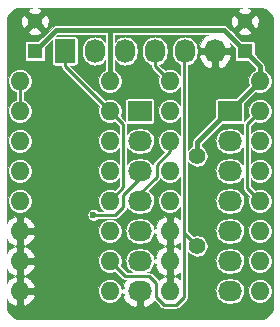
<source format=gtl>
%TF.GenerationSoftware,KiCad,Pcbnew,4.0.4-stable*%
%TF.CreationDate,2016-11-09T11:25:40+01:00*%
%TF.ProjectId,potmux,706F746D75782E6B696361645F706362,1*%
%TF.FileFunction,Copper,L1,Top,Signal*%
%FSLAX46Y46*%
G04 Gerber Fmt 4.6, Leading zero omitted, Abs format (unit mm)*
G04 Created by KiCad (PCBNEW 4.0.4-stable) date 11/09/16 11:25:40*
%MOMM*%
%LPD*%
G01*
G04 APERTURE LIST*
%ADD10C,0.100000*%
%ADD11R,1.300000X1.300000*%
%ADD12C,1.300000*%
%ADD13R,2.032000X1.727200*%
%ADD14O,2.032000X1.727200*%
%ADD15C,1.397000*%
%ADD16O,1.600000X1.600000*%
%ADD17R,1.727200X2.032000*%
%ADD18O,1.727200X2.032000*%
%ADD19C,0.600000*%
%ADD20C,0.381000*%
%ADD21C,0.250000*%
%ADD22C,0.025400*%
G04 APERTURE END LIST*
D10*
D11*
X151130000Y-91440000D03*
D12*
X151130000Y-88940000D03*
D11*
X133350000Y-91440000D03*
D12*
X133350000Y-88940000D03*
D13*
X142240000Y-96520000D03*
D14*
X142240000Y-99060000D03*
X142240000Y-101600000D03*
X142240000Y-104140000D03*
X142240000Y-106680000D03*
X142240000Y-109220000D03*
X142240000Y-111760000D03*
D13*
X149860000Y-96520000D03*
D14*
X149860000Y-99060000D03*
X149860000Y-101600000D03*
X149860000Y-104140000D03*
X149860000Y-106680000D03*
X149860000Y-109220000D03*
X149860000Y-111760000D03*
D15*
X147066000Y-100330000D03*
X147066000Y-107950000D03*
D16*
X132080000Y-93980000D03*
X132080000Y-96520000D03*
X132080000Y-99060000D03*
X132080000Y-101600000D03*
X132080000Y-104140000D03*
X132080000Y-106680000D03*
X132080000Y-109220000D03*
X132080000Y-111760000D03*
X139700000Y-111760000D03*
X139700000Y-109220000D03*
X139700000Y-106680000D03*
X139700000Y-104140000D03*
X139700000Y-101600000D03*
X139700000Y-99060000D03*
X139700000Y-96520000D03*
X139700000Y-93980000D03*
X144780000Y-93980000D03*
X144780000Y-96520000D03*
X144780000Y-99060000D03*
X144780000Y-101600000D03*
X144780000Y-104140000D03*
X144780000Y-106680000D03*
X144780000Y-109220000D03*
X144780000Y-111760000D03*
X152400000Y-111760000D03*
X152400000Y-109220000D03*
X152400000Y-106680000D03*
X152400000Y-104140000D03*
X152400000Y-101600000D03*
X152400000Y-99060000D03*
X152400000Y-96520000D03*
X152400000Y-93980000D03*
D17*
X135890000Y-91440000D03*
D18*
X138430000Y-91440000D03*
X140970000Y-91440000D03*
X143510000Y-91440000D03*
X146050000Y-91440000D03*
X148590000Y-91440000D03*
D19*
X138303000Y-105308400D03*
D20*
X152400000Y-93980000D02*
X152400000Y-92710000D01*
X152400000Y-92710000D02*
X151130000Y-91440000D01*
X139700000Y-93980000D02*
X139700000Y-89662000D01*
X151130000Y-91440000D02*
X149352000Y-89662000D01*
X149352000Y-89662000D02*
X139700000Y-89662000D01*
X135128000Y-89662000D02*
X133350000Y-91440000D01*
X139700000Y-89662000D02*
X135128000Y-89662000D01*
X149860000Y-96520000D02*
X152400000Y-93980000D01*
X149860000Y-95892800D02*
X149860000Y-96333400D01*
X149860000Y-96520000D02*
X149860000Y-96333400D01*
X147066000Y-99127400D02*
X147066000Y-100330000D01*
X149860000Y-96333400D02*
X147066000Y-99127400D01*
X132080000Y-106680000D02*
X133769100Y-106680000D01*
X134581900Y-94585900D02*
X132309100Y-92313100D01*
X134581900Y-105867200D02*
X134581900Y-94585900D01*
X133769100Y-106680000D02*
X134581900Y-105867200D01*
X144780000Y-111760000D02*
X144780000Y-109220000D01*
X144780000Y-109220000D02*
X144780000Y-106680000D01*
X132080000Y-111760000D02*
X132080000Y-109220000D01*
X132080000Y-109220000D02*
X132080000Y-106680000D01*
X132309100Y-89980900D02*
X132309100Y-92313100D01*
X133350000Y-88940000D02*
X132309100Y-89980900D01*
D21*
X142240000Y-101600000D02*
X142240000Y-102235000D01*
X142240000Y-102235000D02*
X140848900Y-103626100D01*
X140160300Y-105311600D02*
X138303000Y-105308400D01*
X140848900Y-104623000D02*
X140160300Y-105311600D01*
X140848900Y-103626100D02*
X140848900Y-104623000D01*
X144780000Y-99060000D02*
X144780000Y-99949000D01*
X144780000Y-99949000D02*
X143654700Y-101074300D01*
X143654700Y-101074300D02*
X143654700Y-102090300D01*
X143654700Y-102090300D02*
X142240000Y-103505000D01*
X142240000Y-103505000D02*
X142240000Y-104140000D01*
X139700000Y-104140000D02*
X139700000Y-104138602D01*
X139700000Y-104138602D02*
X140843000Y-102995602D01*
X135890000Y-92710000D02*
X135890000Y-91440000D01*
X140843000Y-97663000D02*
X135890000Y-92710000D01*
X140843000Y-102995602D02*
X140843000Y-97663000D01*
X139700000Y-96520000D02*
X139700000Y-95899830D01*
X135890000Y-92089830D02*
X135890000Y-91440000D01*
X132080000Y-96520000D02*
X132080000Y-93980000D01*
X151274700Y-101244400D02*
X151274700Y-103014700D01*
X151274700Y-99568000D02*
X151274700Y-101244400D01*
X151274700Y-97645300D02*
X152400000Y-96520000D01*
X151274700Y-99568000D02*
X151274700Y-97645300D01*
X151274700Y-103014700D02*
X152400000Y-104140000D01*
X143510000Y-91440000D02*
X143510000Y-92710000D01*
X143510000Y-92710000D02*
X144780000Y-93980000D01*
X140995400Y-110515400D02*
X139700000Y-109220000D01*
X143027400Y-110515400D02*
X140995400Y-110515400D01*
X143611600Y-111099600D02*
X143027400Y-110515400D01*
X143611600Y-111277400D02*
X143611600Y-111099600D01*
X143611600Y-111277400D02*
X143611600Y-112242600D01*
X144297400Y-112928400D02*
X143611600Y-112242600D01*
X145288000Y-112928400D02*
X144297400Y-112928400D01*
X145973800Y-112242600D02*
X145288000Y-112928400D01*
X145973800Y-106400600D02*
X145973800Y-112242600D01*
X145973800Y-99339400D02*
X145973800Y-106400600D01*
X145973800Y-106400600D02*
X145973800Y-106857800D01*
X145973800Y-106857800D02*
X147066000Y-107950000D01*
X145973800Y-99339400D02*
X145973800Y-91516200D01*
X145973800Y-100965000D02*
X145973800Y-100787200D01*
X145973800Y-100787200D02*
X145973800Y-99339400D01*
X145973800Y-91516200D02*
X146050000Y-91440000D01*
D22*
G36*
X132931560Y-87840572D02*
X132868469Y-87866705D01*
X132800803Y-88049553D01*
X133350000Y-88598750D01*
X133899197Y-88049553D01*
X133831531Y-87866705D01*
X133614422Y-87793900D01*
X150883201Y-87793900D01*
X150711560Y-87840572D01*
X150648469Y-87866705D01*
X150580803Y-88049553D01*
X151130000Y-88598750D01*
X151679197Y-88049553D01*
X151611531Y-87866705D01*
X151394422Y-87793900D01*
X152391981Y-87793900D01*
X152614689Y-87815737D01*
X152821206Y-87878088D01*
X153011670Y-87979360D01*
X153178841Y-88115701D01*
X153316345Y-88281914D01*
X153418948Y-88471674D01*
X153482739Y-88677747D01*
X153506099Y-88900008D01*
X153506100Y-88900287D01*
X153506100Y-113021981D01*
X153484263Y-113244689D01*
X153421912Y-113451206D01*
X153320641Y-113641670D01*
X153184299Y-113808841D01*
X153018083Y-113946348D01*
X152828324Y-114048949D01*
X152622253Y-114112739D01*
X152399992Y-114136099D01*
X152399713Y-114136100D01*
X132088019Y-114136100D01*
X131865311Y-114114263D01*
X131658794Y-114051912D01*
X131468330Y-113950641D01*
X131301159Y-113814299D01*
X131163652Y-113648083D01*
X131061051Y-113458324D01*
X130997261Y-113252253D01*
X130973901Y-113029992D01*
X130973900Y-113029713D01*
X130973900Y-112470960D01*
X131021400Y-112549709D01*
X131195805Y-112741058D01*
X131404189Y-112894705D01*
X131638544Y-113004746D01*
X131838700Y-112928305D01*
X131838700Y-112001300D01*
X132321300Y-112001300D01*
X132321300Y-112928305D01*
X132521456Y-113004746D01*
X132755811Y-112894705D01*
X132964195Y-112741058D01*
X133138600Y-112549709D01*
X133272324Y-112328012D01*
X133324735Y-112201454D01*
X133245815Y-112001300D01*
X132321300Y-112001300D01*
X131838700Y-112001300D01*
X131818700Y-112001300D01*
X131818700Y-111518700D01*
X131838700Y-111518700D01*
X131838700Y-110591695D01*
X132321300Y-110591695D01*
X132321300Y-111518700D01*
X133245815Y-111518700D01*
X133324735Y-111318546D01*
X133272324Y-111191988D01*
X133138600Y-110970291D01*
X132964195Y-110778942D01*
X132755811Y-110625295D01*
X132521456Y-110515254D01*
X132321300Y-110591695D01*
X131838700Y-110591695D01*
X131638544Y-110515254D01*
X131404189Y-110625295D01*
X131195805Y-110778942D01*
X131021400Y-110970291D01*
X130973900Y-111049040D01*
X130973900Y-109930960D01*
X131021400Y-110009709D01*
X131195805Y-110201058D01*
X131404189Y-110354705D01*
X131638544Y-110464746D01*
X131838700Y-110388305D01*
X131838700Y-109461300D01*
X132321300Y-109461300D01*
X132321300Y-110388305D01*
X132521456Y-110464746D01*
X132755811Y-110354705D01*
X132964195Y-110201058D01*
X133138600Y-110009709D01*
X133272324Y-109788012D01*
X133324735Y-109661454D01*
X133245815Y-109461300D01*
X132321300Y-109461300D01*
X131838700Y-109461300D01*
X131818700Y-109461300D01*
X131818700Y-108978700D01*
X131838700Y-108978700D01*
X131838700Y-108051695D01*
X132321300Y-108051695D01*
X132321300Y-108978700D01*
X133245815Y-108978700D01*
X133324735Y-108778546D01*
X133272324Y-108651988D01*
X133138600Y-108430291D01*
X132964195Y-108238942D01*
X132755811Y-108085295D01*
X132521456Y-107975254D01*
X132321300Y-108051695D01*
X131838700Y-108051695D01*
X131638544Y-107975254D01*
X131404189Y-108085295D01*
X131195805Y-108238942D01*
X131021400Y-108430291D01*
X130973900Y-108509040D01*
X130973900Y-107390960D01*
X131021400Y-107469709D01*
X131195805Y-107661058D01*
X131404189Y-107814705D01*
X131638544Y-107924746D01*
X131838700Y-107848305D01*
X131838700Y-106921300D01*
X132321300Y-106921300D01*
X132321300Y-107848305D01*
X132521456Y-107924746D01*
X132755811Y-107814705D01*
X132964195Y-107661058D01*
X133138600Y-107469709D01*
X133272324Y-107248012D01*
X133324735Y-107121454D01*
X133245815Y-106921300D01*
X132321300Y-106921300D01*
X131838700Y-106921300D01*
X131818700Y-106921300D01*
X131818700Y-106672930D01*
X138682425Y-106672930D01*
X138700338Y-106869761D01*
X138756141Y-107059364D01*
X138847709Y-107234517D01*
X138971554Y-107388549D01*
X139122958Y-107515592D01*
X139296155Y-107610808D01*
X139484548Y-107670570D01*
X139680960Y-107692601D01*
X139695100Y-107692700D01*
X139704900Y-107692700D01*
X139901601Y-107673413D01*
X140090810Y-107616288D01*
X140265320Y-107523499D01*
X140418483Y-107398582D01*
X140544466Y-107246295D01*
X140638471Y-107072437D01*
X140696916Y-106883632D01*
X140717575Y-106687070D01*
X140716248Y-106672486D01*
X141005381Y-106672486D01*
X141024419Y-106881679D01*
X141083727Y-107083189D01*
X141181046Y-107269342D01*
X141312668Y-107433048D01*
X141473581Y-107568070D01*
X141657655Y-107669265D01*
X141857880Y-107732780D01*
X142066628Y-107756195D01*
X142081655Y-107756300D01*
X142398345Y-107756300D01*
X142607399Y-107735802D01*
X142808491Y-107675089D01*
X142993960Y-107576473D01*
X143156743Y-107443711D01*
X143290638Y-107281859D01*
X143390546Y-107097083D01*
X143452662Y-106896420D01*
X143459300Y-106833264D01*
X143459300Y-106921302D01*
X143614184Y-106921302D01*
X143535265Y-107121454D01*
X143587676Y-107248012D01*
X143721400Y-107469709D01*
X143895805Y-107661058D01*
X144104189Y-107814705D01*
X144338544Y-107924746D01*
X144538700Y-107848305D01*
X144538700Y-106921300D01*
X144518700Y-106921300D01*
X144518700Y-106438700D01*
X144538700Y-106438700D01*
X144538700Y-105511695D01*
X144338544Y-105435254D01*
X144104189Y-105545295D01*
X143895805Y-105698942D01*
X143721400Y-105890291D01*
X143587676Y-106111988D01*
X143535265Y-106238546D01*
X143614184Y-106438698D01*
X143459300Y-106438698D01*
X143459300Y-106519186D01*
X143455581Y-106478321D01*
X143396273Y-106276811D01*
X143298954Y-106090658D01*
X143167332Y-105926952D01*
X143006419Y-105791930D01*
X142822345Y-105690735D01*
X142622120Y-105627220D01*
X142413372Y-105603805D01*
X142398345Y-105603700D01*
X142081655Y-105603700D01*
X141872601Y-105624198D01*
X141671509Y-105684911D01*
X141486040Y-105783527D01*
X141323257Y-105916289D01*
X141189362Y-106078141D01*
X141089454Y-106262917D01*
X141027338Y-106463580D01*
X141005381Y-106672486D01*
X140716248Y-106672486D01*
X140699662Y-106490239D01*
X140643859Y-106300636D01*
X140552291Y-106125483D01*
X140428446Y-105971451D01*
X140277042Y-105844408D01*
X140103845Y-105749192D01*
X139915452Y-105689430D01*
X139719040Y-105667399D01*
X139704900Y-105667300D01*
X139695100Y-105667300D01*
X139498399Y-105686587D01*
X139309190Y-105743712D01*
X139134680Y-105836501D01*
X138981517Y-105961418D01*
X138855534Y-106113705D01*
X138761529Y-106287563D01*
X138703084Y-106476368D01*
X138682425Y-106672930D01*
X131818700Y-106672930D01*
X131818700Y-106438700D01*
X131838700Y-106438700D01*
X131838700Y-105511695D01*
X132321300Y-105511695D01*
X132321300Y-106438700D01*
X133245815Y-106438700D01*
X133324735Y-106238546D01*
X133272324Y-106111988D01*
X133138600Y-105890291D01*
X132964195Y-105698942D01*
X132755811Y-105545295D01*
X132521456Y-105435254D01*
X132321300Y-105511695D01*
X131838700Y-105511695D01*
X131638544Y-105435254D01*
X131404189Y-105545295D01*
X131195805Y-105698942D01*
X131021400Y-105890291D01*
X130973900Y-105969040D01*
X130973900Y-104132930D01*
X131062425Y-104132930D01*
X131080338Y-104329761D01*
X131136141Y-104519364D01*
X131227709Y-104694517D01*
X131351554Y-104848549D01*
X131502958Y-104975592D01*
X131676155Y-105070808D01*
X131864548Y-105130570D01*
X132060960Y-105152601D01*
X132075100Y-105152700D01*
X132084900Y-105152700D01*
X132281601Y-105133413D01*
X132470810Y-105076288D01*
X132645320Y-104983499D01*
X132798483Y-104858582D01*
X132924466Y-104706295D01*
X133018471Y-104532437D01*
X133076916Y-104343632D01*
X133097575Y-104147070D01*
X133079662Y-103950239D01*
X133023859Y-103760636D01*
X132932291Y-103585483D01*
X132808446Y-103431451D01*
X132657042Y-103304408D01*
X132483845Y-103209192D01*
X132295452Y-103149430D01*
X132099040Y-103127399D01*
X132084900Y-103127300D01*
X132075100Y-103127300D01*
X131878399Y-103146587D01*
X131689190Y-103203712D01*
X131514680Y-103296501D01*
X131361517Y-103421418D01*
X131235534Y-103573705D01*
X131141529Y-103747563D01*
X131083084Y-103936368D01*
X131062425Y-104132930D01*
X130973900Y-104132930D01*
X130973900Y-101592930D01*
X131062425Y-101592930D01*
X131080338Y-101789761D01*
X131136141Y-101979364D01*
X131227709Y-102154517D01*
X131351554Y-102308549D01*
X131502958Y-102435592D01*
X131676155Y-102530808D01*
X131864548Y-102590570D01*
X132060960Y-102612601D01*
X132075100Y-102612700D01*
X132084900Y-102612700D01*
X132281601Y-102593413D01*
X132470810Y-102536288D01*
X132645320Y-102443499D01*
X132798483Y-102318582D01*
X132924466Y-102166295D01*
X133018471Y-101992437D01*
X133076916Y-101803632D01*
X133097575Y-101607070D01*
X133079662Y-101410239D01*
X133023859Y-101220636D01*
X132932291Y-101045483D01*
X132808446Y-100891451D01*
X132657042Y-100764408D01*
X132483845Y-100669192D01*
X132295452Y-100609430D01*
X132099040Y-100587399D01*
X132084900Y-100587300D01*
X132075100Y-100587300D01*
X131878399Y-100606587D01*
X131689190Y-100663712D01*
X131514680Y-100756501D01*
X131361517Y-100881418D01*
X131235534Y-101033705D01*
X131141529Y-101207563D01*
X131083084Y-101396368D01*
X131062425Y-101592930D01*
X130973900Y-101592930D01*
X130973900Y-99052930D01*
X131062425Y-99052930D01*
X131080338Y-99249761D01*
X131136141Y-99439364D01*
X131227709Y-99614517D01*
X131351554Y-99768549D01*
X131502958Y-99895592D01*
X131676155Y-99990808D01*
X131864548Y-100050570D01*
X132060960Y-100072601D01*
X132075100Y-100072700D01*
X132084900Y-100072700D01*
X132281601Y-100053413D01*
X132470810Y-99996288D01*
X132645320Y-99903499D01*
X132798483Y-99778582D01*
X132924466Y-99626295D01*
X133018471Y-99452437D01*
X133076916Y-99263632D01*
X133097575Y-99067070D01*
X133079662Y-98870239D01*
X133023859Y-98680636D01*
X132932291Y-98505483D01*
X132808446Y-98351451D01*
X132657042Y-98224408D01*
X132483845Y-98129192D01*
X132295452Y-98069430D01*
X132099040Y-98047399D01*
X132084900Y-98047300D01*
X132075100Y-98047300D01*
X131878399Y-98066587D01*
X131689190Y-98123712D01*
X131514680Y-98216501D01*
X131361517Y-98341418D01*
X131235534Y-98493705D01*
X131141529Y-98667563D01*
X131083084Y-98856368D01*
X131062425Y-99052930D01*
X130973900Y-99052930D01*
X130973900Y-93972930D01*
X131062425Y-93972930D01*
X131080338Y-94169761D01*
X131136141Y-94359364D01*
X131227709Y-94534517D01*
X131351554Y-94688549D01*
X131502958Y-94815592D01*
X131676155Y-94910808D01*
X131742300Y-94931791D01*
X131742300Y-95567677D01*
X131689190Y-95583712D01*
X131514680Y-95676501D01*
X131361517Y-95801418D01*
X131235534Y-95953705D01*
X131141529Y-96127563D01*
X131083084Y-96316368D01*
X131062425Y-96512930D01*
X131080338Y-96709761D01*
X131136141Y-96899364D01*
X131227709Y-97074517D01*
X131351554Y-97228549D01*
X131502958Y-97355592D01*
X131676155Y-97450808D01*
X131864548Y-97510570D01*
X132060960Y-97532601D01*
X132075100Y-97532700D01*
X132084900Y-97532700D01*
X132281601Y-97513413D01*
X132470810Y-97456288D01*
X132645320Y-97363499D01*
X132798483Y-97238582D01*
X132924466Y-97086295D01*
X133018471Y-96912437D01*
X133076916Y-96723632D01*
X133097575Y-96527070D01*
X133079662Y-96330239D01*
X133023859Y-96140636D01*
X132932291Y-95965483D01*
X132808446Y-95811451D01*
X132657042Y-95684408D01*
X132483845Y-95589192D01*
X132417700Y-95568209D01*
X132417700Y-94932323D01*
X132470810Y-94916288D01*
X132645320Y-94823499D01*
X132798483Y-94698582D01*
X132924466Y-94546295D01*
X133018471Y-94372437D01*
X133076916Y-94183632D01*
X133097575Y-93987070D01*
X133079662Y-93790239D01*
X133023859Y-93600636D01*
X132932291Y-93425483D01*
X132808446Y-93271451D01*
X132657042Y-93144408D01*
X132483845Y-93049192D01*
X132295452Y-92989430D01*
X132099040Y-92967399D01*
X132084900Y-92967300D01*
X132075100Y-92967300D01*
X131878399Y-92986587D01*
X131689190Y-93043712D01*
X131514680Y-93136501D01*
X131361517Y-93261418D01*
X131235534Y-93413705D01*
X131141529Y-93587563D01*
X131083084Y-93776368D01*
X131062425Y-93972930D01*
X130973900Y-93972930D01*
X130973900Y-90790000D01*
X132486271Y-90790000D01*
X132486271Y-92090000D01*
X132488972Y-92123872D01*
X132506763Y-92181322D01*
X132539855Y-92231541D01*
X132585628Y-92270552D01*
X132640457Y-92295267D01*
X132700000Y-92303729D01*
X134000000Y-92303729D01*
X134033872Y-92301028D01*
X134091322Y-92283237D01*
X134141541Y-92250145D01*
X134180552Y-92204372D01*
X134205267Y-92149543D01*
X134213729Y-92090000D01*
X134213729Y-91146481D01*
X134812671Y-90547540D01*
X134812671Y-92456000D01*
X134815372Y-92489872D01*
X134833163Y-92547322D01*
X134866255Y-92597541D01*
X134912028Y-92636552D01*
X134966857Y-92661267D01*
X135026400Y-92669729D01*
X135552300Y-92669729D01*
X135552300Y-92710000D01*
X135555349Y-92741096D01*
X135558063Y-92772121D01*
X135558557Y-92773823D01*
X135558731Y-92775593D01*
X135567746Y-92805450D01*
X135576450Y-92835411D01*
X135577269Y-92836991D01*
X135577781Y-92838687D01*
X135592423Y-92866225D01*
X135606781Y-92893924D01*
X135607887Y-92895309D01*
X135608722Y-92896880D01*
X135628441Y-92921058D01*
X135647899Y-92945433D01*
X135650338Y-92947906D01*
X135650378Y-92947955D01*
X135650424Y-92947993D01*
X135651210Y-92948790D01*
X138785553Y-96083133D01*
X138761529Y-96127563D01*
X138703084Y-96316368D01*
X138682425Y-96512930D01*
X138700338Y-96709761D01*
X138756141Y-96899364D01*
X138847709Y-97074517D01*
X138971554Y-97228549D01*
X139122958Y-97355592D01*
X139296155Y-97450808D01*
X139484548Y-97510570D01*
X139680960Y-97532601D01*
X139695100Y-97532700D01*
X139704900Y-97532700D01*
X139901601Y-97513413D01*
X140090810Y-97456288D01*
X140135138Y-97432718D01*
X140505300Y-97802880D01*
X140505300Y-98447038D01*
X140428446Y-98351451D01*
X140277042Y-98224408D01*
X140103845Y-98129192D01*
X139915452Y-98069430D01*
X139719040Y-98047399D01*
X139704900Y-98047300D01*
X139695100Y-98047300D01*
X139498399Y-98066587D01*
X139309190Y-98123712D01*
X139134680Y-98216501D01*
X138981517Y-98341418D01*
X138855534Y-98493705D01*
X138761529Y-98667563D01*
X138703084Y-98856368D01*
X138682425Y-99052930D01*
X138700338Y-99249761D01*
X138756141Y-99439364D01*
X138847709Y-99614517D01*
X138971554Y-99768549D01*
X139122958Y-99895592D01*
X139296155Y-99990808D01*
X139484548Y-100050570D01*
X139680960Y-100072601D01*
X139695100Y-100072700D01*
X139704900Y-100072700D01*
X139901601Y-100053413D01*
X140090810Y-99996288D01*
X140265320Y-99903499D01*
X140418483Y-99778582D01*
X140505300Y-99673638D01*
X140505300Y-100987038D01*
X140428446Y-100891451D01*
X140277042Y-100764408D01*
X140103845Y-100669192D01*
X139915452Y-100609430D01*
X139719040Y-100587399D01*
X139704900Y-100587300D01*
X139695100Y-100587300D01*
X139498399Y-100606587D01*
X139309190Y-100663712D01*
X139134680Y-100756501D01*
X138981517Y-100881418D01*
X138855534Y-101033705D01*
X138761529Y-101207563D01*
X138703084Y-101396368D01*
X138682425Y-101592930D01*
X138700338Y-101789761D01*
X138756141Y-101979364D01*
X138847709Y-102154517D01*
X138971554Y-102308549D01*
X139122958Y-102435592D01*
X139296155Y-102530808D01*
X139484548Y-102590570D01*
X139680960Y-102612601D01*
X139695100Y-102612700D01*
X139704900Y-102612700D01*
X139901601Y-102593413D01*
X140090810Y-102536288D01*
X140265320Y-102443499D01*
X140418483Y-102318582D01*
X140505300Y-102213638D01*
X140505300Y-102855722D01*
X140134808Y-103226214D01*
X140103845Y-103209192D01*
X139915452Y-103149430D01*
X139719040Y-103127399D01*
X139704900Y-103127300D01*
X139695100Y-103127300D01*
X139498399Y-103146587D01*
X139309190Y-103203712D01*
X139134680Y-103296501D01*
X138981517Y-103421418D01*
X138855534Y-103573705D01*
X138761529Y-103747563D01*
X138703084Y-103936368D01*
X138682425Y-104132930D01*
X138700338Y-104329761D01*
X138756141Y-104519364D01*
X138847709Y-104694517D01*
X138971554Y-104848549D01*
X139118803Y-104972106D01*
X138690894Y-104971368D01*
X138631389Y-104911446D01*
X138548033Y-104855222D01*
X138455343Y-104816259D01*
X138356851Y-104796041D01*
X138256308Y-104795339D01*
X138157543Y-104814180D01*
X138064319Y-104851845D01*
X137980186Y-104906900D01*
X137908348Y-104977248D01*
X137851543Y-105060210D01*
X137811934Y-105152625D01*
X137791030Y-105250973D01*
X137789626Y-105351509D01*
X137807776Y-105450403D01*
X137844790Y-105543888D01*
X137899256Y-105628404D01*
X137969101Y-105700730D01*
X138051664Y-105758113D01*
X138143800Y-105798366D01*
X138242001Y-105819957D01*
X138342524Y-105822063D01*
X138441542Y-105804603D01*
X138535284Y-105768243D01*
X138620177Y-105714368D01*
X138691163Y-105646769D01*
X140159718Y-105649299D01*
X140191113Y-105646276D01*
X140222421Y-105643537D01*
X140223840Y-105643125D01*
X140225322Y-105642982D01*
X140255483Y-105633932D01*
X140285711Y-105625150D01*
X140287032Y-105624465D01*
X140288449Y-105624040D01*
X140316274Y-105609307D01*
X140344224Y-105594819D01*
X140345380Y-105593896D01*
X140346695Y-105593200D01*
X140371163Y-105573314D01*
X140395733Y-105553701D01*
X140397778Y-105551684D01*
X140397842Y-105551632D01*
X140397893Y-105551571D01*
X140399090Y-105550390D01*
X141087690Y-104861790D01*
X141107517Y-104837652D01*
X141127541Y-104813789D01*
X141128396Y-104812235D01*
X141129523Y-104810862D01*
X141144252Y-104783391D01*
X141159292Y-104756034D01*
X141159830Y-104754338D01*
X141160667Y-104752777D01*
X141169778Y-104722979D01*
X141172777Y-104713524D01*
X141181046Y-104729342D01*
X141312668Y-104893048D01*
X141473581Y-105028070D01*
X141657655Y-105129265D01*
X141857880Y-105192780D01*
X142066628Y-105216195D01*
X142081655Y-105216300D01*
X142398345Y-105216300D01*
X142607399Y-105195802D01*
X142808491Y-105135089D01*
X142993960Y-105036473D01*
X143156743Y-104903711D01*
X143290638Y-104741859D01*
X143390546Y-104557083D01*
X143452662Y-104356420D01*
X143474619Y-104147514D01*
X143455581Y-103938321D01*
X143396273Y-103736811D01*
X143298954Y-103550658D01*
X143167332Y-103386952D01*
X143006419Y-103251930D01*
X142983339Y-103239241D01*
X143893490Y-102329090D01*
X143913321Y-102304948D01*
X143933341Y-102281089D01*
X143934195Y-102279535D01*
X143935324Y-102278161D01*
X143950081Y-102250639D01*
X143965092Y-102223334D01*
X143965629Y-102221643D01*
X143966468Y-102220077D01*
X143970312Y-102207504D01*
X144051554Y-102308549D01*
X144202958Y-102435592D01*
X144376155Y-102530808D01*
X144564548Y-102590570D01*
X144760960Y-102612601D01*
X144775100Y-102612700D01*
X144784900Y-102612700D01*
X144981601Y-102593413D01*
X145170810Y-102536288D01*
X145345320Y-102443499D01*
X145498483Y-102318582D01*
X145624466Y-102166295D01*
X145636100Y-102144778D01*
X145636100Y-103592769D01*
X145632291Y-103585483D01*
X145508446Y-103431451D01*
X145357042Y-103304408D01*
X145183845Y-103209192D01*
X144995452Y-103149430D01*
X144799040Y-103127399D01*
X144784900Y-103127300D01*
X144775100Y-103127300D01*
X144578399Y-103146587D01*
X144389190Y-103203712D01*
X144214680Y-103296501D01*
X144061517Y-103421418D01*
X143935534Y-103573705D01*
X143841529Y-103747563D01*
X143783084Y-103936368D01*
X143762425Y-104132930D01*
X143780338Y-104329761D01*
X143836141Y-104519364D01*
X143927709Y-104694517D01*
X144051554Y-104848549D01*
X144202958Y-104975592D01*
X144376155Y-105070808D01*
X144564548Y-105130570D01*
X144760960Y-105152601D01*
X144775100Y-105152700D01*
X144784900Y-105152700D01*
X144981601Y-105133413D01*
X145170810Y-105076288D01*
X145345320Y-104983499D01*
X145498483Y-104858582D01*
X145624466Y-104706295D01*
X145636100Y-104684778D01*
X145636100Y-105678227D01*
X145455811Y-105545295D01*
X145221456Y-105435254D01*
X145021300Y-105511695D01*
X145021300Y-106438700D01*
X145041300Y-106438700D01*
X145041300Y-106921300D01*
X145021300Y-106921300D01*
X145021300Y-107848305D01*
X145221456Y-107924746D01*
X145455811Y-107814705D01*
X145636100Y-107681773D01*
X145636100Y-108218227D01*
X145455811Y-108085295D01*
X145221456Y-107975254D01*
X145021300Y-108051695D01*
X145021300Y-108978700D01*
X145041300Y-108978700D01*
X145041300Y-109461300D01*
X145021300Y-109461300D01*
X145021300Y-110388305D01*
X145221456Y-110464746D01*
X145455811Y-110354705D01*
X145636100Y-110221773D01*
X145636100Y-110758227D01*
X145455811Y-110625295D01*
X145221456Y-110515254D01*
X145021300Y-110591695D01*
X145021300Y-111518700D01*
X145041300Y-111518700D01*
X145041300Y-112001300D01*
X145021300Y-112001300D01*
X145021300Y-112021300D01*
X144538700Y-112021300D01*
X144538700Y-112001300D01*
X144518700Y-112001300D01*
X144518700Y-111518700D01*
X144538700Y-111518700D01*
X144538700Y-110591695D01*
X144338544Y-110515254D01*
X144104189Y-110625295D01*
X143895805Y-110778942D01*
X143835112Y-110845532D01*
X143266190Y-110276610D01*
X143242048Y-110256779D01*
X143218189Y-110236759D01*
X143216635Y-110235905D01*
X143215261Y-110234776D01*
X143187739Y-110220019D01*
X143160434Y-110205008D01*
X143158743Y-110204471D01*
X143157177Y-110203632D01*
X143127304Y-110194499D01*
X143097612Y-110185080D01*
X143095852Y-110184883D01*
X143094149Y-110184362D01*
X143063066Y-110181205D01*
X143032115Y-110177733D01*
X143028645Y-110177709D01*
X143028579Y-110177702D01*
X143028517Y-110177708D01*
X143027400Y-110177700D01*
X142878809Y-110177700D01*
X142993960Y-110116473D01*
X143156743Y-109983711D01*
X143290638Y-109821859D01*
X143390546Y-109637083D01*
X143452662Y-109436420D01*
X143459300Y-109373264D01*
X143459300Y-109461302D01*
X143614184Y-109461302D01*
X143535265Y-109661454D01*
X143587676Y-109788012D01*
X143721400Y-110009709D01*
X143895805Y-110201058D01*
X144104189Y-110354705D01*
X144338544Y-110464746D01*
X144538700Y-110388305D01*
X144538700Y-109461300D01*
X144518700Y-109461300D01*
X144518700Y-108978700D01*
X144538700Y-108978700D01*
X144538700Y-108051695D01*
X144338544Y-107975254D01*
X144104189Y-108085295D01*
X143895805Y-108238942D01*
X143721400Y-108430291D01*
X143587676Y-108651988D01*
X143535265Y-108778546D01*
X143614184Y-108978698D01*
X143459300Y-108978698D01*
X143459300Y-109059186D01*
X143455581Y-109018321D01*
X143396273Y-108816811D01*
X143298954Y-108630658D01*
X143167332Y-108466952D01*
X143006419Y-108331930D01*
X142822345Y-108230735D01*
X142622120Y-108167220D01*
X142413372Y-108143805D01*
X142398345Y-108143700D01*
X142081655Y-108143700D01*
X141872601Y-108164198D01*
X141671509Y-108224911D01*
X141486040Y-108323527D01*
X141323257Y-108456289D01*
X141189362Y-108618141D01*
X141089454Y-108802917D01*
X141027338Y-109003580D01*
X141005381Y-109212486D01*
X141024419Y-109421679D01*
X141083727Y-109623189D01*
X141181046Y-109809342D01*
X141312668Y-109973048D01*
X141473581Y-110108070D01*
X141600238Y-110177700D01*
X141135280Y-110177700D01*
X140614447Y-109656867D01*
X140638471Y-109612437D01*
X140696916Y-109423632D01*
X140717575Y-109227070D01*
X140699662Y-109030239D01*
X140643859Y-108840636D01*
X140552291Y-108665483D01*
X140428446Y-108511451D01*
X140277042Y-108384408D01*
X140103845Y-108289192D01*
X139915452Y-108229430D01*
X139719040Y-108207399D01*
X139704900Y-108207300D01*
X139695100Y-108207300D01*
X139498399Y-108226587D01*
X139309190Y-108283712D01*
X139134680Y-108376501D01*
X138981517Y-108501418D01*
X138855534Y-108653705D01*
X138761529Y-108827563D01*
X138703084Y-109016368D01*
X138682425Y-109212930D01*
X138700338Y-109409761D01*
X138756141Y-109599364D01*
X138847709Y-109774517D01*
X138971554Y-109928549D01*
X139122958Y-110055592D01*
X139296155Y-110150808D01*
X139484548Y-110210570D01*
X139680960Y-110232601D01*
X139695100Y-110232700D01*
X139704900Y-110232700D01*
X139901601Y-110213413D01*
X140090810Y-110156288D01*
X140135138Y-110132718D01*
X140756610Y-110754190D01*
X140780752Y-110774021D01*
X140804611Y-110794041D01*
X140806165Y-110794895D01*
X140807539Y-110796024D01*
X140835027Y-110810762D01*
X140862366Y-110825792D01*
X140864062Y-110826330D01*
X140865623Y-110827167D01*
X140895462Y-110836291D01*
X140925188Y-110845720D01*
X140926947Y-110845917D01*
X140928650Y-110846438D01*
X140959739Y-110849596D01*
X140990685Y-110853067D01*
X140994155Y-110853091D01*
X140994221Y-110853098D01*
X140994283Y-110853092D01*
X140995400Y-110853100D01*
X141053967Y-110853100D01*
X140921706Y-111022815D01*
X140800291Y-111264434D01*
X140779023Y-111308434D01*
X140856907Y-111518698D01*
X140703300Y-111518698D01*
X140703300Y-111610214D01*
X140699662Y-111570239D01*
X140643859Y-111380636D01*
X140552291Y-111205483D01*
X140428446Y-111051451D01*
X140277042Y-110924408D01*
X140103845Y-110829192D01*
X139915452Y-110769430D01*
X139719040Y-110747399D01*
X139704900Y-110747300D01*
X139695100Y-110747300D01*
X139498399Y-110766587D01*
X139309190Y-110823712D01*
X139134680Y-110916501D01*
X138981517Y-111041418D01*
X138855534Y-111193705D01*
X138761529Y-111367563D01*
X138703084Y-111556368D01*
X138682425Y-111752930D01*
X138700338Y-111949761D01*
X138756141Y-112139364D01*
X138847709Y-112314517D01*
X138971554Y-112468549D01*
X139122958Y-112595592D01*
X139296155Y-112690808D01*
X139484548Y-112750570D01*
X139680960Y-112772601D01*
X139695100Y-112772700D01*
X139704900Y-112772700D01*
X139901601Y-112753413D01*
X140090810Y-112696288D01*
X140265320Y-112603499D01*
X140418483Y-112478582D01*
X140544466Y-112326295D01*
X140638471Y-112152437D01*
X140696916Y-111963632D01*
X140703300Y-111902891D01*
X140703300Y-112001302D01*
X140856907Y-112001302D01*
X140779023Y-112211566D01*
X140800291Y-112255566D01*
X140921706Y-112497185D01*
X141087926Y-112710475D01*
X141292563Y-112887239D01*
X141527753Y-113020683D01*
X141784457Y-113105680D01*
X141998700Y-113006359D01*
X141998700Y-112001300D01*
X141978700Y-112001300D01*
X141978700Y-111518700D01*
X141998700Y-111518700D01*
X141998700Y-111498700D01*
X142481300Y-111498700D01*
X142481300Y-111518700D01*
X142501300Y-111518700D01*
X142501300Y-112001300D01*
X142481300Y-112001300D01*
X142481300Y-113006359D01*
X142695543Y-113105680D01*
X142952247Y-113020683D01*
X143187437Y-112887239D01*
X143392074Y-112710475D01*
X143483973Y-112592553D01*
X144058610Y-113167190D01*
X144082752Y-113187021D01*
X144106611Y-113207041D01*
X144108165Y-113207895D01*
X144109539Y-113209024D01*
X144137043Y-113223771D01*
X144164366Y-113238792D01*
X144166060Y-113239329D01*
X144167624Y-113240168D01*
X144197482Y-113249297D01*
X144227188Y-113258720D01*
X144228949Y-113258917D01*
X144230651Y-113259438D01*
X144261734Y-113262595D01*
X144292685Y-113266067D01*
X144296155Y-113266091D01*
X144296221Y-113266098D01*
X144296283Y-113266092D01*
X144297400Y-113266100D01*
X145288000Y-113266100D01*
X145319096Y-113263051D01*
X145350121Y-113260337D01*
X145351823Y-113259843D01*
X145353593Y-113259669D01*
X145383450Y-113250654D01*
X145413411Y-113241950D01*
X145414991Y-113241131D01*
X145416687Y-113240619D01*
X145444225Y-113225977D01*
X145471924Y-113211619D01*
X145473309Y-113210513D01*
X145474880Y-113209678D01*
X145499058Y-113189959D01*
X145523433Y-113170501D01*
X145525906Y-113168062D01*
X145525955Y-113168022D01*
X145525993Y-113167976D01*
X145526790Y-113167190D01*
X146212590Y-112481390D01*
X146232421Y-112457248D01*
X146252441Y-112433389D01*
X146253295Y-112431835D01*
X146254424Y-112430461D01*
X146269171Y-112402957D01*
X146284192Y-112375634D01*
X146284729Y-112373940D01*
X146285568Y-112372376D01*
X146294697Y-112342518D01*
X146304120Y-112312812D01*
X146304317Y-112311051D01*
X146304838Y-112309349D01*
X146307995Y-112278266D01*
X146311467Y-112247315D01*
X146311491Y-112243845D01*
X146311498Y-112243779D01*
X146311492Y-112243717D01*
X146311500Y-112242600D01*
X146311500Y-111752486D01*
X148625381Y-111752486D01*
X148644419Y-111961679D01*
X148703727Y-112163189D01*
X148801046Y-112349342D01*
X148932668Y-112513048D01*
X149093581Y-112648070D01*
X149277655Y-112749265D01*
X149477880Y-112812780D01*
X149686628Y-112836195D01*
X149701655Y-112836300D01*
X150018345Y-112836300D01*
X150227399Y-112815802D01*
X150428491Y-112755089D01*
X150613960Y-112656473D01*
X150776743Y-112523711D01*
X150910638Y-112361859D01*
X151010546Y-112177083D01*
X151072662Y-111976420D01*
X151094619Y-111767514D01*
X151093292Y-111752930D01*
X151382425Y-111752930D01*
X151400338Y-111949761D01*
X151456141Y-112139364D01*
X151547709Y-112314517D01*
X151671554Y-112468549D01*
X151822958Y-112595592D01*
X151996155Y-112690808D01*
X152184548Y-112750570D01*
X152380960Y-112772601D01*
X152395100Y-112772700D01*
X152404900Y-112772700D01*
X152601601Y-112753413D01*
X152790810Y-112696288D01*
X152965320Y-112603499D01*
X153118483Y-112478582D01*
X153244466Y-112326295D01*
X153338471Y-112152437D01*
X153396916Y-111963632D01*
X153417575Y-111767070D01*
X153399662Y-111570239D01*
X153343859Y-111380636D01*
X153252291Y-111205483D01*
X153128446Y-111051451D01*
X152977042Y-110924408D01*
X152803845Y-110829192D01*
X152615452Y-110769430D01*
X152419040Y-110747399D01*
X152404900Y-110747300D01*
X152395100Y-110747300D01*
X152198399Y-110766587D01*
X152009190Y-110823712D01*
X151834680Y-110916501D01*
X151681517Y-111041418D01*
X151555534Y-111193705D01*
X151461529Y-111367563D01*
X151403084Y-111556368D01*
X151382425Y-111752930D01*
X151093292Y-111752930D01*
X151075581Y-111558321D01*
X151016273Y-111356811D01*
X150918954Y-111170658D01*
X150787332Y-111006952D01*
X150626419Y-110871930D01*
X150442345Y-110770735D01*
X150242120Y-110707220D01*
X150033372Y-110683805D01*
X150018345Y-110683700D01*
X149701655Y-110683700D01*
X149492601Y-110704198D01*
X149291509Y-110764911D01*
X149106040Y-110863527D01*
X148943257Y-110996289D01*
X148809362Y-111158141D01*
X148709454Y-111342917D01*
X148647338Y-111543580D01*
X148625381Y-111752486D01*
X146311500Y-111752486D01*
X146311500Y-109212486D01*
X148625381Y-109212486D01*
X148644419Y-109421679D01*
X148703727Y-109623189D01*
X148801046Y-109809342D01*
X148932668Y-109973048D01*
X149093581Y-110108070D01*
X149277655Y-110209265D01*
X149477880Y-110272780D01*
X149686628Y-110296195D01*
X149701655Y-110296300D01*
X150018345Y-110296300D01*
X150227399Y-110275802D01*
X150428491Y-110215089D01*
X150613960Y-110116473D01*
X150776743Y-109983711D01*
X150910638Y-109821859D01*
X151010546Y-109637083D01*
X151072662Y-109436420D01*
X151094619Y-109227514D01*
X151093292Y-109212930D01*
X151382425Y-109212930D01*
X151400338Y-109409761D01*
X151456141Y-109599364D01*
X151547709Y-109774517D01*
X151671554Y-109928549D01*
X151822958Y-110055592D01*
X151996155Y-110150808D01*
X152184548Y-110210570D01*
X152380960Y-110232601D01*
X152395100Y-110232700D01*
X152404900Y-110232700D01*
X152601601Y-110213413D01*
X152790810Y-110156288D01*
X152965320Y-110063499D01*
X153118483Y-109938582D01*
X153244466Y-109786295D01*
X153338471Y-109612437D01*
X153396916Y-109423632D01*
X153417575Y-109227070D01*
X153399662Y-109030239D01*
X153343859Y-108840636D01*
X153252291Y-108665483D01*
X153128446Y-108511451D01*
X152977042Y-108384408D01*
X152803845Y-108289192D01*
X152615452Y-108229430D01*
X152419040Y-108207399D01*
X152404900Y-108207300D01*
X152395100Y-108207300D01*
X152198399Y-108226587D01*
X152009190Y-108283712D01*
X151834680Y-108376501D01*
X151681517Y-108501418D01*
X151555534Y-108653705D01*
X151461529Y-108827563D01*
X151403084Y-109016368D01*
X151382425Y-109212930D01*
X151093292Y-109212930D01*
X151075581Y-109018321D01*
X151016273Y-108816811D01*
X150918954Y-108630658D01*
X150787332Y-108466952D01*
X150626419Y-108331930D01*
X150442345Y-108230735D01*
X150242120Y-108167220D01*
X150033372Y-108143805D01*
X150018345Y-108143700D01*
X149701655Y-108143700D01*
X149492601Y-108164198D01*
X149291509Y-108224911D01*
X149106040Y-108323527D01*
X148943257Y-108456289D01*
X148809362Y-108618141D01*
X148709454Y-108802917D01*
X148647338Y-109003580D01*
X148625381Y-109212486D01*
X146311500Y-109212486D01*
X146311500Y-108461404D01*
X146348443Y-108518728D01*
X146472576Y-108647271D01*
X146619311Y-108749255D01*
X146783061Y-108820796D01*
X146957588Y-108859168D01*
X147136245Y-108862910D01*
X147312225Y-108831880D01*
X147478828Y-108767260D01*
X147629705Y-108671510D01*
X147759111Y-108548278D01*
X147862117Y-108402258D01*
X147934799Y-108239011D01*
X147974389Y-108064756D01*
X147977239Y-107860652D01*
X147942530Y-107685360D01*
X147874435Y-107520148D01*
X147775546Y-107371308D01*
X147649631Y-107244511D01*
X147501486Y-107144586D01*
X147336753Y-107075339D01*
X147161707Y-107039407D01*
X146983016Y-107038159D01*
X146807486Y-107071643D01*
X146706161Y-107112581D01*
X146311500Y-106717920D01*
X146311500Y-106672486D01*
X148625381Y-106672486D01*
X148644419Y-106881679D01*
X148703727Y-107083189D01*
X148801046Y-107269342D01*
X148932668Y-107433048D01*
X149093581Y-107568070D01*
X149277655Y-107669265D01*
X149477880Y-107732780D01*
X149686628Y-107756195D01*
X149701655Y-107756300D01*
X150018345Y-107756300D01*
X150227399Y-107735802D01*
X150428491Y-107675089D01*
X150613960Y-107576473D01*
X150776743Y-107443711D01*
X150910638Y-107281859D01*
X151010546Y-107097083D01*
X151072662Y-106896420D01*
X151094619Y-106687514D01*
X151093292Y-106672930D01*
X151382425Y-106672930D01*
X151400338Y-106869761D01*
X151456141Y-107059364D01*
X151547709Y-107234517D01*
X151671554Y-107388549D01*
X151822958Y-107515592D01*
X151996155Y-107610808D01*
X152184548Y-107670570D01*
X152380960Y-107692601D01*
X152395100Y-107692700D01*
X152404900Y-107692700D01*
X152601601Y-107673413D01*
X152790810Y-107616288D01*
X152965320Y-107523499D01*
X153118483Y-107398582D01*
X153244466Y-107246295D01*
X153338471Y-107072437D01*
X153396916Y-106883632D01*
X153417575Y-106687070D01*
X153399662Y-106490239D01*
X153343859Y-106300636D01*
X153252291Y-106125483D01*
X153128446Y-105971451D01*
X152977042Y-105844408D01*
X152803845Y-105749192D01*
X152615452Y-105689430D01*
X152419040Y-105667399D01*
X152404900Y-105667300D01*
X152395100Y-105667300D01*
X152198399Y-105686587D01*
X152009190Y-105743712D01*
X151834680Y-105836501D01*
X151681517Y-105961418D01*
X151555534Y-106113705D01*
X151461529Y-106287563D01*
X151403084Y-106476368D01*
X151382425Y-106672930D01*
X151093292Y-106672930D01*
X151075581Y-106478321D01*
X151016273Y-106276811D01*
X150918954Y-106090658D01*
X150787332Y-105926952D01*
X150626419Y-105791930D01*
X150442345Y-105690735D01*
X150242120Y-105627220D01*
X150033372Y-105603805D01*
X150018345Y-105603700D01*
X149701655Y-105603700D01*
X149492601Y-105624198D01*
X149291509Y-105684911D01*
X149106040Y-105783527D01*
X148943257Y-105916289D01*
X148809362Y-106078141D01*
X148709454Y-106262917D01*
X148647338Y-106463580D01*
X148625381Y-106672486D01*
X146311500Y-106672486D01*
X146311500Y-104132486D01*
X148625381Y-104132486D01*
X148644419Y-104341679D01*
X148703727Y-104543189D01*
X148801046Y-104729342D01*
X148932668Y-104893048D01*
X149093581Y-105028070D01*
X149277655Y-105129265D01*
X149477880Y-105192780D01*
X149686628Y-105216195D01*
X149701655Y-105216300D01*
X150018345Y-105216300D01*
X150227399Y-105195802D01*
X150428491Y-105135089D01*
X150613960Y-105036473D01*
X150776743Y-104903711D01*
X150910638Y-104741859D01*
X151010546Y-104557083D01*
X151072662Y-104356420D01*
X151094619Y-104147514D01*
X151075581Y-103938321D01*
X151016273Y-103736811D01*
X150918954Y-103550658D01*
X150787332Y-103386952D01*
X150626419Y-103251930D01*
X150442345Y-103150735D01*
X150242120Y-103087220D01*
X150033372Y-103063805D01*
X150018345Y-103063700D01*
X149701655Y-103063700D01*
X149492601Y-103084198D01*
X149291509Y-103144911D01*
X149106040Y-103243527D01*
X148943257Y-103376289D01*
X148809362Y-103538141D01*
X148709454Y-103722917D01*
X148647338Y-103923580D01*
X148625381Y-104132486D01*
X146311500Y-104132486D01*
X146311500Y-100841404D01*
X146348443Y-100898728D01*
X146472576Y-101027271D01*
X146619311Y-101129255D01*
X146783061Y-101200796D01*
X146957588Y-101239168D01*
X147136245Y-101242910D01*
X147312225Y-101211880D01*
X147478828Y-101147260D01*
X147629705Y-101051510D01*
X147759111Y-100928278D01*
X147862117Y-100782258D01*
X147934799Y-100619011D01*
X147974389Y-100444756D01*
X147977239Y-100240652D01*
X147942530Y-100065360D01*
X147874435Y-99900148D01*
X147775546Y-99751308D01*
X147649631Y-99624511D01*
X147501486Y-99524586D01*
X147469200Y-99511014D01*
X147469200Y-99294410D01*
X149166282Y-97597329D01*
X150876000Y-97597329D01*
X150909872Y-97594628D01*
X150943073Y-97584346D01*
X150940505Y-97609634D01*
X150937033Y-97640585D01*
X150937009Y-97644055D01*
X150937002Y-97644121D01*
X150937008Y-97644183D01*
X150937000Y-97645300D01*
X150937000Y-98505177D01*
X150918954Y-98470658D01*
X150787332Y-98306952D01*
X150626419Y-98171930D01*
X150442345Y-98070735D01*
X150242120Y-98007220D01*
X150033372Y-97983805D01*
X150018345Y-97983700D01*
X149701655Y-97983700D01*
X149492601Y-98004198D01*
X149291509Y-98064911D01*
X149106040Y-98163527D01*
X148943257Y-98296289D01*
X148809362Y-98458141D01*
X148709454Y-98642917D01*
X148647338Y-98843580D01*
X148625381Y-99052486D01*
X148644419Y-99261679D01*
X148703727Y-99463189D01*
X148801046Y-99649342D01*
X148932668Y-99813048D01*
X149093581Y-99948070D01*
X149277655Y-100049265D01*
X149477880Y-100112780D01*
X149686628Y-100136195D01*
X149701655Y-100136300D01*
X150018345Y-100136300D01*
X150227399Y-100115802D01*
X150428491Y-100055089D01*
X150613960Y-99956473D01*
X150776743Y-99823711D01*
X150910638Y-99661859D01*
X150937000Y-99613103D01*
X150937000Y-101045177D01*
X150918954Y-101010658D01*
X150787332Y-100846952D01*
X150626419Y-100711930D01*
X150442345Y-100610735D01*
X150242120Y-100547220D01*
X150033372Y-100523805D01*
X150018345Y-100523700D01*
X149701655Y-100523700D01*
X149492601Y-100544198D01*
X149291509Y-100604911D01*
X149106040Y-100703527D01*
X148943257Y-100836289D01*
X148809362Y-100998141D01*
X148709454Y-101182917D01*
X148647338Y-101383580D01*
X148625381Y-101592486D01*
X148644419Y-101801679D01*
X148703727Y-102003189D01*
X148801046Y-102189342D01*
X148932668Y-102353048D01*
X149093581Y-102488070D01*
X149277655Y-102589265D01*
X149477880Y-102652780D01*
X149686628Y-102676195D01*
X149701655Y-102676300D01*
X150018345Y-102676300D01*
X150227399Y-102655802D01*
X150428491Y-102595089D01*
X150613960Y-102496473D01*
X150776743Y-102363711D01*
X150910638Y-102201859D01*
X150937000Y-102153103D01*
X150937000Y-103014700D01*
X150940049Y-103045796D01*
X150942763Y-103076821D01*
X150943257Y-103078523D01*
X150943431Y-103080293D01*
X150952446Y-103110150D01*
X150961150Y-103140111D01*
X150961969Y-103141691D01*
X150962481Y-103143387D01*
X150977123Y-103170925D01*
X150991481Y-103198624D01*
X150992587Y-103200009D01*
X150993422Y-103201580D01*
X151013141Y-103225758D01*
X151032599Y-103250133D01*
X151035038Y-103252606D01*
X151035078Y-103252655D01*
X151035124Y-103252693D01*
X151035910Y-103253490D01*
X151485553Y-103703133D01*
X151461529Y-103747563D01*
X151403084Y-103936368D01*
X151382425Y-104132930D01*
X151400338Y-104329761D01*
X151456141Y-104519364D01*
X151547709Y-104694517D01*
X151671554Y-104848549D01*
X151822958Y-104975592D01*
X151996155Y-105070808D01*
X152184548Y-105130570D01*
X152380960Y-105152601D01*
X152395100Y-105152700D01*
X152404900Y-105152700D01*
X152601601Y-105133413D01*
X152790810Y-105076288D01*
X152965320Y-104983499D01*
X153118483Y-104858582D01*
X153244466Y-104706295D01*
X153338471Y-104532437D01*
X153396916Y-104343632D01*
X153417575Y-104147070D01*
X153399662Y-103950239D01*
X153343859Y-103760636D01*
X153252291Y-103585483D01*
X153128446Y-103431451D01*
X152977042Y-103304408D01*
X152803845Y-103209192D01*
X152615452Y-103149430D01*
X152419040Y-103127399D01*
X152404900Y-103127300D01*
X152395100Y-103127300D01*
X152198399Y-103146587D01*
X152009190Y-103203712D01*
X151964862Y-103227282D01*
X151612400Y-102874820D01*
X151612400Y-102234976D01*
X151671554Y-102308549D01*
X151822958Y-102435592D01*
X151996155Y-102530808D01*
X152184548Y-102590570D01*
X152380960Y-102612601D01*
X152395100Y-102612700D01*
X152404900Y-102612700D01*
X152601601Y-102593413D01*
X152790810Y-102536288D01*
X152965320Y-102443499D01*
X153118483Y-102318582D01*
X153244466Y-102166295D01*
X153338471Y-101992437D01*
X153396916Y-101803632D01*
X153417575Y-101607070D01*
X153399662Y-101410239D01*
X153343859Y-101220636D01*
X153252291Y-101045483D01*
X153128446Y-100891451D01*
X152977042Y-100764408D01*
X152803845Y-100669192D01*
X152615452Y-100609430D01*
X152419040Y-100587399D01*
X152404900Y-100587300D01*
X152395100Y-100587300D01*
X152198399Y-100606587D01*
X152009190Y-100663712D01*
X151834680Y-100756501D01*
X151681517Y-100881418D01*
X151612400Y-100964966D01*
X151612400Y-99694976D01*
X151671554Y-99768549D01*
X151822958Y-99895592D01*
X151996155Y-99990808D01*
X152184548Y-100050570D01*
X152380960Y-100072601D01*
X152395100Y-100072700D01*
X152404900Y-100072700D01*
X152601601Y-100053413D01*
X152790810Y-99996288D01*
X152965320Y-99903499D01*
X153118483Y-99778582D01*
X153244466Y-99626295D01*
X153338471Y-99452437D01*
X153396916Y-99263632D01*
X153417575Y-99067070D01*
X153399662Y-98870239D01*
X153343859Y-98680636D01*
X153252291Y-98505483D01*
X153128446Y-98351451D01*
X152977042Y-98224408D01*
X152803845Y-98129192D01*
X152615452Y-98069430D01*
X152419040Y-98047399D01*
X152404900Y-98047300D01*
X152395100Y-98047300D01*
X152198399Y-98066587D01*
X152009190Y-98123712D01*
X151834680Y-98216501D01*
X151681517Y-98341418D01*
X151612400Y-98424966D01*
X151612400Y-97785180D01*
X151964290Y-97433290D01*
X151996155Y-97450808D01*
X152184548Y-97510570D01*
X152380960Y-97532601D01*
X152395100Y-97532700D01*
X152404900Y-97532700D01*
X152601601Y-97513413D01*
X152790810Y-97456288D01*
X152965320Y-97363499D01*
X153118483Y-97238582D01*
X153244466Y-97086295D01*
X153338471Y-96912437D01*
X153396916Y-96723632D01*
X153417575Y-96527070D01*
X153399662Y-96330239D01*
X153343859Y-96140636D01*
X153252291Y-95965483D01*
X153128446Y-95811451D01*
X152977042Y-95684408D01*
X152803845Y-95589192D01*
X152615452Y-95529430D01*
X152419040Y-95507399D01*
X152404900Y-95507300D01*
X152395100Y-95507300D01*
X152198399Y-95526587D01*
X152009190Y-95583712D01*
X151834680Y-95676501D01*
X151681517Y-95801418D01*
X151555534Y-95953705D01*
X151461529Y-96127563D01*
X151403084Y-96316368D01*
X151382425Y-96512930D01*
X151400338Y-96709761D01*
X151456141Y-96899364D01*
X151485980Y-96956440D01*
X151089729Y-97352691D01*
X151089729Y-95860481D01*
X152028988Y-94921223D01*
X152184548Y-94970570D01*
X152380960Y-94992601D01*
X152395100Y-94992700D01*
X152404900Y-94992700D01*
X152601601Y-94973413D01*
X152790810Y-94916288D01*
X152965320Y-94823499D01*
X153118483Y-94698582D01*
X153244466Y-94546295D01*
X153338471Y-94372437D01*
X153396916Y-94183632D01*
X153417575Y-93987070D01*
X153399662Y-93790239D01*
X153343859Y-93600636D01*
X153252291Y-93425483D01*
X153128446Y-93271451D01*
X152977042Y-93144408D01*
X152803845Y-93049192D01*
X152803200Y-93048987D01*
X152803200Y-92710000D01*
X152799565Y-92672923D01*
X152796320Y-92635831D01*
X152795728Y-92633792D01*
X152795521Y-92631685D01*
X152784757Y-92596034D01*
X152774365Y-92560264D01*
X152773390Y-92558384D01*
X152772777Y-92556352D01*
X152755290Y-92523464D01*
X152738152Y-92490401D01*
X152736828Y-92488742D01*
X152735834Y-92486873D01*
X152712316Y-92458037D01*
X152689059Y-92428903D01*
X152686150Y-92425954D01*
X152686099Y-92425891D01*
X152686041Y-92425843D01*
X152685105Y-92424894D01*
X151993729Y-91733519D01*
X151993729Y-90790000D01*
X151991028Y-90756128D01*
X151973237Y-90698678D01*
X151940145Y-90648459D01*
X151894372Y-90609448D01*
X151839543Y-90584733D01*
X151780000Y-90576271D01*
X150836482Y-90576271D01*
X150090658Y-89830447D01*
X150580803Y-89830447D01*
X150648469Y-90013295D01*
X150867111Y-90086614D01*
X151095855Y-90115869D01*
X151325912Y-90099937D01*
X151548440Y-90039428D01*
X151611531Y-90013295D01*
X151679197Y-89830447D01*
X151130000Y-89281250D01*
X150580803Y-89830447D01*
X150090658Y-89830447D01*
X149637105Y-89376895D01*
X149608334Y-89353262D01*
X149579795Y-89329314D01*
X149577937Y-89328293D01*
X149576299Y-89326947D01*
X149543427Y-89309321D01*
X149510837Y-89291405D01*
X149508822Y-89290766D01*
X149506948Y-89289761D01*
X149471282Y-89278857D01*
X149435830Y-89267611D01*
X149433723Y-89267375D01*
X149431696Y-89266755D01*
X149394650Y-89262992D01*
X149357630Y-89258839D01*
X149353489Y-89258810D01*
X149353407Y-89258802D01*
X149353331Y-89258809D01*
X149352000Y-89258800D01*
X135128000Y-89258800D01*
X135090968Y-89262431D01*
X135053831Y-89265680D01*
X135051792Y-89266272D01*
X135049685Y-89266479D01*
X135014020Y-89277247D01*
X134978265Y-89287635D01*
X134976386Y-89288609D01*
X134974352Y-89289223D01*
X134941426Y-89306730D01*
X134908402Y-89323848D01*
X134906745Y-89325170D01*
X134904873Y-89326166D01*
X134876015Y-89349701D01*
X134846903Y-89372941D01*
X134843953Y-89375850D01*
X134843891Y-89375901D01*
X134843843Y-89375959D01*
X134842895Y-89376894D01*
X133643519Y-90576271D01*
X132700000Y-90576271D01*
X132666128Y-90578972D01*
X132608678Y-90596763D01*
X132558459Y-90629855D01*
X132519448Y-90675628D01*
X132494733Y-90730457D01*
X132486271Y-90790000D01*
X130973900Y-90790000D01*
X130973900Y-89830447D01*
X132800803Y-89830447D01*
X132868469Y-90013295D01*
X133087111Y-90086614D01*
X133315855Y-90115869D01*
X133545912Y-90099937D01*
X133768440Y-90039428D01*
X133831531Y-90013295D01*
X133899197Y-89830447D01*
X133350000Y-89281250D01*
X132800803Y-89830447D01*
X130973900Y-89830447D01*
X130973900Y-88908019D01*
X130974112Y-88905855D01*
X132174131Y-88905855D01*
X132190063Y-89135912D01*
X132250572Y-89358440D01*
X132276705Y-89421531D01*
X132459553Y-89489197D01*
X133008750Y-88940000D01*
X133691250Y-88940000D01*
X134240447Y-89489197D01*
X134423295Y-89421531D01*
X134496614Y-89202889D01*
X134525869Y-88974145D01*
X134521140Y-88905855D01*
X149954131Y-88905855D01*
X149970063Y-89135912D01*
X150030572Y-89358440D01*
X150056705Y-89421531D01*
X150239553Y-89489197D01*
X150788750Y-88940000D01*
X151471250Y-88940000D01*
X152020447Y-89489197D01*
X152203295Y-89421531D01*
X152276614Y-89202889D01*
X152305869Y-88974145D01*
X152289937Y-88744088D01*
X152229428Y-88521560D01*
X152203295Y-88458469D01*
X152020447Y-88390803D01*
X151471250Y-88940000D01*
X150788750Y-88940000D01*
X150239553Y-88390803D01*
X150056705Y-88458469D01*
X149983386Y-88677111D01*
X149954131Y-88905855D01*
X134521140Y-88905855D01*
X134509937Y-88744088D01*
X134449428Y-88521560D01*
X134423295Y-88458469D01*
X134240447Y-88390803D01*
X133691250Y-88940000D01*
X133008750Y-88940000D01*
X132459553Y-88390803D01*
X132276705Y-88458469D01*
X132203386Y-88677111D01*
X132174131Y-88905855D01*
X130974112Y-88905855D01*
X130995737Y-88685311D01*
X131058088Y-88478794D01*
X131159360Y-88288330D01*
X131295701Y-88121159D01*
X131461914Y-87983655D01*
X131651674Y-87881052D01*
X131857747Y-87817261D01*
X132080008Y-87793901D01*
X132080287Y-87793900D01*
X133103201Y-87793900D01*
X132931560Y-87840572D01*
X132931560Y-87840572D01*
G37*
X132931560Y-87840572D02*
X132868469Y-87866705D01*
X132800803Y-88049553D01*
X133350000Y-88598750D01*
X133899197Y-88049553D01*
X133831531Y-87866705D01*
X133614422Y-87793900D01*
X150883201Y-87793900D01*
X150711560Y-87840572D01*
X150648469Y-87866705D01*
X150580803Y-88049553D01*
X151130000Y-88598750D01*
X151679197Y-88049553D01*
X151611531Y-87866705D01*
X151394422Y-87793900D01*
X152391981Y-87793900D01*
X152614689Y-87815737D01*
X152821206Y-87878088D01*
X153011670Y-87979360D01*
X153178841Y-88115701D01*
X153316345Y-88281914D01*
X153418948Y-88471674D01*
X153482739Y-88677747D01*
X153506099Y-88900008D01*
X153506100Y-88900287D01*
X153506100Y-113021981D01*
X153484263Y-113244689D01*
X153421912Y-113451206D01*
X153320641Y-113641670D01*
X153184299Y-113808841D01*
X153018083Y-113946348D01*
X152828324Y-114048949D01*
X152622253Y-114112739D01*
X152399992Y-114136099D01*
X152399713Y-114136100D01*
X132088019Y-114136100D01*
X131865311Y-114114263D01*
X131658794Y-114051912D01*
X131468330Y-113950641D01*
X131301159Y-113814299D01*
X131163652Y-113648083D01*
X131061051Y-113458324D01*
X130997261Y-113252253D01*
X130973901Y-113029992D01*
X130973900Y-113029713D01*
X130973900Y-112470960D01*
X131021400Y-112549709D01*
X131195805Y-112741058D01*
X131404189Y-112894705D01*
X131638544Y-113004746D01*
X131838700Y-112928305D01*
X131838700Y-112001300D01*
X132321300Y-112001300D01*
X132321300Y-112928305D01*
X132521456Y-113004746D01*
X132755811Y-112894705D01*
X132964195Y-112741058D01*
X133138600Y-112549709D01*
X133272324Y-112328012D01*
X133324735Y-112201454D01*
X133245815Y-112001300D01*
X132321300Y-112001300D01*
X131838700Y-112001300D01*
X131818700Y-112001300D01*
X131818700Y-111518700D01*
X131838700Y-111518700D01*
X131838700Y-110591695D01*
X132321300Y-110591695D01*
X132321300Y-111518700D01*
X133245815Y-111518700D01*
X133324735Y-111318546D01*
X133272324Y-111191988D01*
X133138600Y-110970291D01*
X132964195Y-110778942D01*
X132755811Y-110625295D01*
X132521456Y-110515254D01*
X132321300Y-110591695D01*
X131838700Y-110591695D01*
X131638544Y-110515254D01*
X131404189Y-110625295D01*
X131195805Y-110778942D01*
X131021400Y-110970291D01*
X130973900Y-111049040D01*
X130973900Y-109930960D01*
X131021400Y-110009709D01*
X131195805Y-110201058D01*
X131404189Y-110354705D01*
X131638544Y-110464746D01*
X131838700Y-110388305D01*
X131838700Y-109461300D01*
X132321300Y-109461300D01*
X132321300Y-110388305D01*
X132521456Y-110464746D01*
X132755811Y-110354705D01*
X132964195Y-110201058D01*
X133138600Y-110009709D01*
X133272324Y-109788012D01*
X133324735Y-109661454D01*
X133245815Y-109461300D01*
X132321300Y-109461300D01*
X131838700Y-109461300D01*
X131818700Y-109461300D01*
X131818700Y-108978700D01*
X131838700Y-108978700D01*
X131838700Y-108051695D01*
X132321300Y-108051695D01*
X132321300Y-108978700D01*
X133245815Y-108978700D01*
X133324735Y-108778546D01*
X133272324Y-108651988D01*
X133138600Y-108430291D01*
X132964195Y-108238942D01*
X132755811Y-108085295D01*
X132521456Y-107975254D01*
X132321300Y-108051695D01*
X131838700Y-108051695D01*
X131638544Y-107975254D01*
X131404189Y-108085295D01*
X131195805Y-108238942D01*
X131021400Y-108430291D01*
X130973900Y-108509040D01*
X130973900Y-107390960D01*
X131021400Y-107469709D01*
X131195805Y-107661058D01*
X131404189Y-107814705D01*
X131638544Y-107924746D01*
X131838700Y-107848305D01*
X131838700Y-106921300D01*
X132321300Y-106921300D01*
X132321300Y-107848305D01*
X132521456Y-107924746D01*
X132755811Y-107814705D01*
X132964195Y-107661058D01*
X133138600Y-107469709D01*
X133272324Y-107248012D01*
X133324735Y-107121454D01*
X133245815Y-106921300D01*
X132321300Y-106921300D01*
X131838700Y-106921300D01*
X131818700Y-106921300D01*
X131818700Y-106672930D01*
X138682425Y-106672930D01*
X138700338Y-106869761D01*
X138756141Y-107059364D01*
X138847709Y-107234517D01*
X138971554Y-107388549D01*
X139122958Y-107515592D01*
X139296155Y-107610808D01*
X139484548Y-107670570D01*
X139680960Y-107692601D01*
X139695100Y-107692700D01*
X139704900Y-107692700D01*
X139901601Y-107673413D01*
X140090810Y-107616288D01*
X140265320Y-107523499D01*
X140418483Y-107398582D01*
X140544466Y-107246295D01*
X140638471Y-107072437D01*
X140696916Y-106883632D01*
X140717575Y-106687070D01*
X140716248Y-106672486D01*
X141005381Y-106672486D01*
X141024419Y-106881679D01*
X141083727Y-107083189D01*
X141181046Y-107269342D01*
X141312668Y-107433048D01*
X141473581Y-107568070D01*
X141657655Y-107669265D01*
X141857880Y-107732780D01*
X142066628Y-107756195D01*
X142081655Y-107756300D01*
X142398345Y-107756300D01*
X142607399Y-107735802D01*
X142808491Y-107675089D01*
X142993960Y-107576473D01*
X143156743Y-107443711D01*
X143290638Y-107281859D01*
X143390546Y-107097083D01*
X143452662Y-106896420D01*
X143459300Y-106833264D01*
X143459300Y-106921302D01*
X143614184Y-106921302D01*
X143535265Y-107121454D01*
X143587676Y-107248012D01*
X143721400Y-107469709D01*
X143895805Y-107661058D01*
X144104189Y-107814705D01*
X144338544Y-107924746D01*
X144538700Y-107848305D01*
X144538700Y-106921300D01*
X144518700Y-106921300D01*
X144518700Y-106438700D01*
X144538700Y-106438700D01*
X144538700Y-105511695D01*
X144338544Y-105435254D01*
X144104189Y-105545295D01*
X143895805Y-105698942D01*
X143721400Y-105890291D01*
X143587676Y-106111988D01*
X143535265Y-106238546D01*
X143614184Y-106438698D01*
X143459300Y-106438698D01*
X143459300Y-106519186D01*
X143455581Y-106478321D01*
X143396273Y-106276811D01*
X143298954Y-106090658D01*
X143167332Y-105926952D01*
X143006419Y-105791930D01*
X142822345Y-105690735D01*
X142622120Y-105627220D01*
X142413372Y-105603805D01*
X142398345Y-105603700D01*
X142081655Y-105603700D01*
X141872601Y-105624198D01*
X141671509Y-105684911D01*
X141486040Y-105783527D01*
X141323257Y-105916289D01*
X141189362Y-106078141D01*
X141089454Y-106262917D01*
X141027338Y-106463580D01*
X141005381Y-106672486D01*
X140716248Y-106672486D01*
X140699662Y-106490239D01*
X140643859Y-106300636D01*
X140552291Y-106125483D01*
X140428446Y-105971451D01*
X140277042Y-105844408D01*
X140103845Y-105749192D01*
X139915452Y-105689430D01*
X139719040Y-105667399D01*
X139704900Y-105667300D01*
X139695100Y-105667300D01*
X139498399Y-105686587D01*
X139309190Y-105743712D01*
X139134680Y-105836501D01*
X138981517Y-105961418D01*
X138855534Y-106113705D01*
X138761529Y-106287563D01*
X138703084Y-106476368D01*
X138682425Y-106672930D01*
X131818700Y-106672930D01*
X131818700Y-106438700D01*
X131838700Y-106438700D01*
X131838700Y-105511695D01*
X132321300Y-105511695D01*
X132321300Y-106438700D01*
X133245815Y-106438700D01*
X133324735Y-106238546D01*
X133272324Y-106111988D01*
X133138600Y-105890291D01*
X132964195Y-105698942D01*
X132755811Y-105545295D01*
X132521456Y-105435254D01*
X132321300Y-105511695D01*
X131838700Y-105511695D01*
X131638544Y-105435254D01*
X131404189Y-105545295D01*
X131195805Y-105698942D01*
X131021400Y-105890291D01*
X130973900Y-105969040D01*
X130973900Y-104132930D01*
X131062425Y-104132930D01*
X131080338Y-104329761D01*
X131136141Y-104519364D01*
X131227709Y-104694517D01*
X131351554Y-104848549D01*
X131502958Y-104975592D01*
X131676155Y-105070808D01*
X131864548Y-105130570D01*
X132060960Y-105152601D01*
X132075100Y-105152700D01*
X132084900Y-105152700D01*
X132281601Y-105133413D01*
X132470810Y-105076288D01*
X132645320Y-104983499D01*
X132798483Y-104858582D01*
X132924466Y-104706295D01*
X133018471Y-104532437D01*
X133076916Y-104343632D01*
X133097575Y-104147070D01*
X133079662Y-103950239D01*
X133023859Y-103760636D01*
X132932291Y-103585483D01*
X132808446Y-103431451D01*
X132657042Y-103304408D01*
X132483845Y-103209192D01*
X132295452Y-103149430D01*
X132099040Y-103127399D01*
X132084900Y-103127300D01*
X132075100Y-103127300D01*
X131878399Y-103146587D01*
X131689190Y-103203712D01*
X131514680Y-103296501D01*
X131361517Y-103421418D01*
X131235534Y-103573705D01*
X131141529Y-103747563D01*
X131083084Y-103936368D01*
X131062425Y-104132930D01*
X130973900Y-104132930D01*
X130973900Y-101592930D01*
X131062425Y-101592930D01*
X131080338Y-101789761D01*
X131136141Y-101979364D01*
X131227709Y-102154517D01*
X131351554Y-102308549D01*
X131502958Y-102435592D01*
X131676155Y-102530808D01*
X131864548Y-102590570D01*
X132060960Y-102612601D01*
X132075100Y-102612700D01*
X132084900Y-102612700D01*
X132281601Y-102593413D01*
X132470810Y-102536288D01*
X132645320Y-102443499D01*
X132798483Y-102318582D01*
X132924466Y-102166295D01*
X133018471Y-101992437D01*
X133076916Y-101803632D01*
X133097575Y-101607070D01*
X133079662Y-101410239D01*
X133023859Y-101220636D01*
X132932291Y-101045483D01*
X132808446Y-100891451D01*
X132657042Y-100764408D01*
X132483845Y-100669192D01*
X132295452Y-100609430D01*
X132099040Y-100587399D01*
X132084900Y-100587300D01*
X132075100Y-100587300D01*
X131878399Y-100606587D01*
X131689190Y-100663712D01*
X131514680Y-100756501D01*
X131361517Y-100881418D01*
X131235534Y-101033705D01*
X131141529Y-101207563D01*
X131083084Y-101396368D01*
X131062425Y-101592930D01*
X130973900Y-101592930D01*
X130973900Y-99052930D01*
X131062425Y-99052930D01*
X131080338Y-99249761D01*
X131136141Y-99439364D01*
X131227709Y-99614517D01*
X131351554Y-99768549D01*
X131502958Y-99895592D01*
X131676155Y-99990808D01*
X131864548Y-100050570D01*
X132060960Y-100072601D01*
X132075100Y-100072700D01*
X132084900Y-100072700D01*
X132281601Y-100053413D01*
X132470810Y-99996288D01*
X132645320Y-99903499D01*
X132798483Y-99778582D01*
X132924466Y-99626295D01*
X133018471Y-99452437D01*
X133076916Y-99263632D01*
X133097575Y-99067070D01*
X133079662Y-98870239D01*
X133023859Y-98680636D01*
X132932291Y-98505483D01*
X132808446Y-98351451D01*
X132657042Y-98224408D01*
X132483845Y-98129192D01*
X132295452Y-98069430D01*
X132099040Y-98047399D01*
X132084900Y-98047300D01*
X132075100Y-98047300D01*
X131878399Y-98066587D01*
X131689190Y-98123712D01*
X131514680Y-98216501D01*
X131361517Y-98341418D01*
X131235534Y-98493705D01*
X131141529Y-98667563D01*
X131083084Y-98856368D01*
X131062425Y-99052930D01*
X130973900Y-99052930D01*
X130973900Y-93972930D01*
X131062425Y-93972930D01*
X131080338Y-94169761D01*
X131136141Y-94359364D01*
X131227709Y-94534517D01*
X131351554Y-94688549D01*
X131502958Y-94815592D01*
X131676155Y-94910808D01*
X131742300Y-94931791D01*
X131742300Y-95567677D01*
X131689190Y-95583712D01*
X131514680Y-95676501D01*
X131361517Y-95801418D01*
X131235534Y-95953705D01*
X131141529Y-96127563D01*
X131083084Y-96316368D01*
X131062425Y-96512930D01*
X131080338Y-96709761D01*
X131136141Y-96899364D01*
X131227709Y-97074517D01*
X131351554Y-97228549D01*
X131502958Y-97355592D01*
X131676155Y-97450808D01*
X131864548Y-97510570D01*
X132060960Y-97532601D01*
X132075100Y-97532700D01*
X132084900Y-97532700D01*
X132281601Y-97513413D01*
X132470810Y-97456288D01*
X132645320Y-97363499D01*
X132798483Y-97238582D01*
X132924466Y-97086295D01*
X133018471Y-96912437D01*
X133076916Y-96723632D01*
X133097575Y-96527070D01*
X133079662Y-96330239D01*
X133023859Y-96140636D01*
X132932291Y-95965483D01*
X132808446Y-95811451D01*
X132657042Y-95684408D01*
X132483845Y-95589192D01*
X132417700Y-95568209D01*
X132417700Y-94932323D01*
X132470810Y-94916288D01*
X132645320Y-94823499D01*
X132798483Y-94698582D01*
X132924466Y-94546295D01*
X133018471Y-94372437D01*
X133076916Y-94183632D01*
X133097575Y-93987070D01*
X133079662Y-93790239D01*
X133023859Y-93600636D01*
X132932291Y-93425483D01*
X132808446Y-93271451D01*
X132657042Y-93144408D01*
X132483845Y-93049192D01*
X132295452Y-92989430D01*
X132099040Y-92967399D01*
X132084900Y-92967300D01*
X132075100Y-92967300D01*
X131878399Y-92986587D01*
X131689190Y-93043712D01*
X131514680Y-93136501D01*
X131361517Y-93261418D01*
X131235534Y-93413705D01*
X131141529Y-93587563D01*
X131083084Y-93776368D01*
X131062425Y-93972930D01*
X130973900Y-93972930D01*
X130973900Y-90790000D01*
X132486271Y-90790000D01*
X132486271Y-92090000D01*
X132488972Y-92123872D01*
X132506763Y-92181322D01*
X132539855Y-92231541D01*
X132585628Y-92270552D01*
X132640457Y-92295267D01*
X132700000Y-92303729D01*
X134000000Y-92303729D01*
X134033872Y-92301028D01*
X134091322Y-92283237D01*
X134141541Y-92250145D01*
X134180552Y-92204372D01*
X134205267Y-92149543D01*
X134213729Y-92090000D01*
X134213729Y-91146481D01*
X134812671Y-90547540D01*
X134812671Y-92456000D01*
X134815372Y-92489872D01*
X134833163Y-92547322D01*
X134866255Y-92597541D01*
X134912028Y-92636552D01*
X134966857Y-92661267D01*
X135026400Y-92669729D01*
X135552300Y-92669729D01*
X135552300Y-92710000D01*
X135555349Y-92741096D01*
X135558063Y-92772121D01*
X135558557Y-92773823D01*
X135558731Y-92775593D01*
X135567746Y-92805450D01*
X135576450Y-92835411D01*
X135577269Y-92836991D01*
X135577781Y-92838687D01*
X135592423Y-92866225D01*
X135606781Y-92893924D01*
X135607887Y-92895309D01*
X135608722Y-92896880D01*
X135628441Y-92921058D01*
X135647899Y-92945433D01*
X135650338Y-92947906D01*
X135650378Y-92947955D01*
X135650424Y-92947993D01*
X135651210Y-92948790D01*
X138785553Y-96083133D01*
X138761529Y-96127563D01*
X138703084Y-96316368D01*
X138682425Y-96512930D01*
X138700338Y-96709761D01*
X138756141Y-96899364D01*
X138847709Y-97074517D01*
X138971554Y-97228549D01*
X139122958Y-97355592D01*
X139296155Y-97450808D01*
X139484548Y-97510570D01*
X139680960Y-97532601D01*
X139695100Y-97532700D01*
X139704900Y-97532700D01*
X139901601Y-97513413D01*
X140090810Y-97456288D01*
X140135138Y-97432718D01*
X140505300Y-97802880D01*
X140505300Y-98447038D01*
X140428446Y-98351451D01*
X140277042Y-98224408D01*
X140103845Y-98129192D01*
X139915452Y-98069430D01*
X139719040Y-98047399D01*
X139704900Y-98047300D01*
X139695100Y-98047300D01*
X139498399Y-98066587D01*
X139309190Y-98123712D01*
X139134680Y-98216501D01*
X138981517Y-98341418D01*
X138855534Y-98493705D01*
X138761529Y-98667563D01*
X138703084Y-98856368D01*
X138682425Y-99052930D01*
X138700338Y-99249761D01*
X138756141Y-99439364D01*
X138847709Y-99614517D01*
X138971554Y-99768549D01*
X139122958Y-99895592D01*
X139296155Y-99990808D01*
X139484548Y-100050570D01*
X139680960Y-100072601D01*
X139695100Y-100072700D01*
X139704900Y-100072700D01*
X139901601Y-100053413D01*
X140090810Y-99996288D01*
X140265320Y-99903499D01*
X140418483Y-99778582D01*
X140505300Y-99673638D01*
X140505300Y-100987038D01*
X140428446Y-100891451D01*
X140277042Y-100764408D01*
X140103845Y-100669192D01*
X139915452Y-100609430D01*
X139719040Y-100587399D01*
X139704900Y-100587300D01*
X139695100Y-100587300D01*
X139498399Y-100606587D01*
X139309190Y-100663712D01*
X139134680Y-100756501D01*
X138981517Y-100881418D01*
X138855534Y-101033705D01*
X138761529Y-101207563D01*
X138703084Y-101396368D01*
X138682425Y-101592930D01*
X138700338Y-101789761D01*
X138756141Y-101979364D01*
X138847709Y-102154517D01*
X138971554Y-102308549D01*
X139122958Y-102435592D01*
X139296155Y-102530808D01*
X139484548Y-102590570D01*
X139680960Y-102612601D01*
X139695100Y-102612700D01*
X139704900Y-102612700D01*
X139901601Y-102593413D01*
X140090810Y-102536288D01*
X140265320Y-102443499D01*
X140418483Y-102318582D01*
X140505300Y-102213638D01*
X140505300Y-102855722D01*
X140134808Y-103226214D01*
X140103845Y-103209192D01*
X139915452Y-103149430D01*
X139719040Y-103127399D01*
X139704900Y-103127300D01*
X139695100Y-103127300D01*
X139498399Y-103146587D01*
X139309190Y-103203712D01*
X139134680Y-103296501D01*
X138981517Y-103421418D01*
X138855534Y-103573705D01*
X138761529Y-103747563D01*
X138703084Y-103936368D01*
X138682425Y-104132930D01*
X138700338Y-104329761D01*
X138756141Y-104519364D01*
X138847709Y-104694517D01*
X138971554Y-104848549D01*
X139118803Y-104972106D01*
X138690894Y-104971368D01*
X138631389Y-104911446D01*
X138548033Y-104855222D01*
X138455343Y-104816259D01*
X138356851Y-104796041D01*
X138256308Y-104795339D01*
X138157543Y-104814180D01*
X138064319Y-104851845D01*
X137980186Y-104906900D01*
X137908348Y-104977248D01*
X137851543Y-105060210D01*
X137811934Y-105152625D01*
X137791030Y-105250973D01*
X137789626Y-105351509D01*
X137807776Y-105450403D01*
X137844790Y-105543888D01*
X137899256Y-105628404D01*
X137969101Y-105700730D01*
X138051664Y-105758113D01*
X138143800Y-105798366D01*
X138242001Y-105819957D01*
X138342524Y-105822063D01*
X138441542Y-105804603D01*
X138535284Y-105768243D01*
X138620177Y-105714368D01*
X138691163Y-105646769D01*
X140159718Y-105649299D01*
X140191113Y-105646276D01*
X140222421Y-105643537D01*
X140223840Y-105643125D01*
X140225322Y-105642982D01*
X140255483Y-105633932D01*
X140285711Y-105625150D01*
X140287032Y-105624465D01*
X140288449Y-105624040D01*
X140316274Y-105609307D01*
X140344224Y-105594819D01*
X140345380Y-105593896D01*
X140346695Y-105593200D01*
X140371163Y-105573314D01*
X140395733Y-105553701D01*
X140397778Y-105551684D01*
X140397842Y-105551632D01*
X140397893Y-105551571D01*
X140399090Y-105550390D01*
X141087690Y-104861790D01*
X141107517Y-104837652D01*
X141127541Y-104813789D01*
X141128396Y-104812235D01*
X141129523Y-104810862D01*
X141144252Y-104783391D01*
X141159292Y-104756034D01*
X141159830Y-104754338D01*
X141160667Y-104752777D01*
X141169778Y-104722979D01*
X141172777Y-104713524D01*
X141181046Y-104729342D01*
X141312668Y-104893048D01*
X141473581Y-105028070D01*
X141657655Y-105129265D01*
X141857880Y-105192780D01*
X142066628Y-105216195D01*
X142081655Y-105216300D01*
X142398345Y-105216300D01*
X142607399Y-105195802D01*
X142808491Y-105135089D01*
X142993960Y-105036473D01*
X143156743Y-104903711D01*
X143290638Y-104741859D01*
X143390546Y-104557083D01*
X143452662Y-104356420D01*
X143474619Y-104147514D01*
X143455581Y-103938321D01*
X143396273Y-103736811D01*
X143298954Y-103550658D01*
X143167332Y-103386952D01*
X143006419Y-103251930D01*
X142983339Y-103239241D01*
X143893490Y-102329090D01*
X143913321Y-102304948D01*
X143933341Y-102281089D01*
X143934195Y-102279535D01*
X143935324Y-102278161D01*
X143950081Y-102250639D01*
X143965092Y-102223334D01*
X143965629Y-102221643D01*
X143966468Y-102220077D01*
X143970312Y-102207504D01*
X144051554Y-102308549D01*
X144202958Y-102435592D01*
X144376155Y-102530808D01*
X144564548Y-102590570D01*
X144760960Y-102612601D01*
X144775100Y-102612700D01*
X144784900Y-102612700D01*
X144981601Y-102593413D01*
X145170810Y-102536288D01*
X145345320Y-102443499D01*
X145498483Y-102318582D01*
X145624466Y-102166295D01*
X145636100Y-102144778D01*
X145636100Y-103592769D01*
X145632291Y-103585483D01*
X145508446Y-103431451D01*
X145357042Y-103304408D01*
X145183845Y-103209192D01*
X144995452Y-103149430D01*
X144799040Y-103127399D01*
X144784900Y-103127300D01*
X144775100Y-103127300D01*
X144578399Y-103146587D01*
X144389190Y-103203712D01*
X144214680Y-103296501D01*
X144061517Y-103421418D01*
X143935534Y-103573705D01*
X143841529Y-103747563D01*
X143783084Y-103936368D01*
X143762425Y-104132930D01*
X143780338Y-104329761D01*
X143836141Y-104519364D01*
X143927709Y-104694517D01*
X144051554Y-104848549D01*
X144202958Y-104975592D01*
X144376155Y-105070808D01*
X144564548Y-105130570D01*
X144760960Y-105152601D01*
X144775100Y-105152700D01*
X144784900Y-105152700D01*
X144981601Y-105133413D01*
X145170810Y-105076288D01*
X145345320Y-104983499D01*
X145498483Y-104858582D01*
X145624466Y-104706295D01*
X145636100Y-104684778D01*
X145636100Y-105678227D01*
X145455811Y-105545295D01*
X145221456Y-105435254D01*
X145021300Y-105511695D01*
X145021300Y-106438700D01*
X145041300Y-106438700D01*
X145041300Y-106921300D01*
X145021300Y-106921300D01*
X145021300Y-107848305D01*
X145221456Y-107924746D01*
X145455811Y-107814705D01*
X145636100Y-107681773D01*
X145636100Y-108218227D01*
X145455811Y-108085295D01*
X145221456Y-107975254D01*
X145021300Y-108051695D01*
X145021300Y-108978700D01*
X145041300Y-108978700D01*
X145041300Y-109461300D01*
X145021300Y-109461300D01*
X145021300Y-110388305D01*
X145221456Y-110464746D01*
X145455811Y-110354705D01*
X145636100Y-110221773D01*
X145636100Y-110758227D01*
X145455811Y-110625295D01*
X145221456Y-110515254D01*
X145021300Y-110591695D01*
X145021300Y-111518700D01*
X145041300Y-111518700D01*
X145041300Y-112001300D01*
X145021300Y-112001300D01*
X145021300Y-112021300D01*
X144538700Y-112021300D01*
X144538700Y-112001300D01*
X144518700Y-112001300D01*
X144518700Y-111518700D01*
X144538700Y-111518700D01*
X144538700Y-110591695D01*
X144338544Y-110515254D01*
X144104189Y-110625295D01*
X143895805Y-110778942D01*
X143835112Y-110845532D01*
X143266190Y-110276610D01*
X143242048Y-110256779D01*
X143218189Y-110236759D01*
X143216635Y-110235905D01*
X143215261Y-110234776D01*
X143187739Y-110220019D01*
X143160434Y-110205008D01*
X143158743Y-110204471D01*
X143157177Y-110203632D01*
X143127304Y-110194499D01*
X143097612Y-110185080D01*
X143095852Y-110184883D01*
X143094149Y-110184362D01*
X143063066Y-110181205D01*
X143032115Y-110177733D01*
X143028645Y-110177709D01*
X143028579Y-110177702D01*
X143028517Y-110177708D01*
X143027400Y-110177700D01*
X142878809Y-110177700D01*
X142993960Y-110116473D01*
X143156743Y-109983711D01*
X143290638Y-109821859D01*
X143390546Y-109637083D01*
X143452662Y-109436420D01*
X143459300Y-109373264D01*
X143459300Y-109461302D01*
X143614184Y-109461302D01*
X143535265Y-109661454D01*
X143587676Y-109788012D01*
X143721400Y-110009709D01*
X143895805Y-110201058D01*
X144104189Y-110354705D01*
X144338544Y-110464746D01*
X144538700Y-110388305D01*
X144538700Y-109461300D01*
X144518700Y-109461300D01*
X144518700Y-108978700D01*
X144538700Y-108978700D01*
X144538700Y-108051695D01*
X144338544Y-107975254D01*
X144104189Y-108085295D01*
X143895805Y-108238942D01*
X143721400Y-108430291D01*
X143587676Y-108651988D01*
X143535265Y-108778546D01*
X143614184Y-108978698D01*
X143459300Y-108978698D01*
X143459300Y-109059186D01*
X143455581Y-109018321D01*
X143396273Y-108816811D01*
X143298954Y-108630658D01*
X143167332Y-108466952D01*
X143006419Y-108331930D01*
X142822345Y-108230735D01*
X142622120Y-108167220D01*
X142413372Y-108143805D01*
X142398345Y-108143700D01*
X142081655Y-108143700D01*
X141872601Y-108164198D01*
X141671509Y-108224911D01*
X141486040Y-108323527D01*
X141323257Y-108456289D01*
X141189362Y-108618141D01*
X141089454Y-108802917D01*
X141027338Y-109003580D01*
X141005381Y-109212486D01*
X141024419Y-109421679D01*
X141083727Y-109623189D01*
X141181046Y-109809342D01*
X141312668Y-109973048D01*
X141473581Y-110108070D01*
X141600238Y-110177700D01*
X141135280Y-110177700D01*
X140614447Y-109656867D01*
X140638471Y-109612437D01*
X140696916Y-109423632D01*
X140717575Y-109227070D01*
X140699662Y-109030239D01*
X140643859Y-108840636D01*
X140552291Y-108665483D01*
X140428446Y-108511451D01*
X140277042Y-108384408D01*
X140103845Y-108289192D01*
X139915452Y-108229430D01*
X139719040Y-108207399D01*
X139704900Y-108207300D01*
X139695100Y-108207300D01*
X139498399Y-108226587D01*
X139309190Y-108283712D01*
X139134680Y-108376501D01*
X138981517Y-108501418D01*
X138855534Y-108653705D01*
X138761529Y-108827563D01*
X138703084Y-109016368D01*
X138682425Y-109212930D01*
X138700338Y-109409761D01*
X138756141Y-109599364D01*
X138847709Y-109774517D01*
X138971554Y-109928549D01*
X139122958Y-110055592D01*
X139296155Y-110150808D01*
X139484548Y-110210570D01*
X139680960Y-110232601D01*
X139695100Y-110232700D01*
X139704900Y-110232700D01*
X139901601Y-110213413D01*
X140090810Y-110156288D01*
X140135138Y-110132718D01*
X140756610Y-110754190D01*
X140780752Y-110774021D01*
X140804611Y-110794041D01*
X140806165Y-110794895D01*
X140807539Y-110796024D01*
X140835027Y-110810762D01*
X140862366Y-110825792D01*
X140864062Y-110826330D01*
X140865623Y-110827167D01*
X140895462Y-110836291D01*
X140925188Y-110845720D01*
X140926947Y-110845917D01*
X140928650Y-110846438D01*
X140959739Y-110849596D01*
X140990685Y-110853067D01*
X140994155Y-110853091D01*
X140994221Y-110853098D01*
X140994283Y-110853092D01*
X140995400Y-110853100D01*
X141053967Y-110853100D01*
X140921706Y-111022815D01*
X140800291Y-111264434D01*
X140779023Y-111308434D01*
X140856907Y-111518698D01*
X140703300Y-111518698D01*
X140703300Y-111610214D01*
X140699662Y-111570239D01*
X140643859Y-111380636D01*
X140552291Y-111205483D01*
X140428446Y-111051451D01*
X140277042Y-110924408D01*
X140103845Y-110829192D01*
X139915452Y-110769430D01*
X139719040Y-110747399D01*
X139704900Y-110747300D01*
X139695100Y-110747300D01*
X139498399Y-110766587D01*
X139309190Y-110823712D01*
X139134680Y-110916501D01*
X138981517Y-111041418D01*
X138855534Y-111193705D01*
X138761529Y-111367563D01*
X138703084Y-111556368D01*
X138682425Y-111752930D01*
X138700338Y-111949761D01*
X138756141Y-112139364D01*
X138847709Y-112314517D01*
X138971554Y-112468549D01*
X139122958Y-112595592D01*
X139296155Y-112690808D01*
X139484548Y-112750570D01*
X139680960Y-112772601D01*
X139695100Y-112772700D01*
X139704900Y-112772700D01*
X139901601Y-112753413D01*
X140090810Y-112696288D01*
X140265320Y-112603499D01*
X140418483Y-112478582D01*
X140544466Y-112326295D01*
X140638471Y-112152437D01*
X140696916Y-111963632D01*
X140703300Y-111902891D01*
X140703300Y-112001302D01*
X140856907Y-112001302D01*
X140779023Y-112211566D01*
X140800291Y-112255566D01*
X140921706Y-112497185D01*
X141087926Y-112710475D01*
X141292563Y-112887239D01*
X141527753Y-113020683D01*
X141784457Y-113105680D01*
X141998700Y-113006359D01*
X141998700Y-112001300D01*
X141978700Y-112001300D01*
X141978700Y-111518700D01*
X141998700Y-111518700D01*
X141998700Y-111498700D01*
X142481300Y-111498700D01*
X142481300Y-111518700D01*
X142501300Y-111518700D01*
X142501300Y-112001300D01*
X142481300Y-112001300D01*
X142481300Y-113006359D01*
X142695543Y-113105680D01*
X142952247Y-113020683D01*
X143187437Y-112887239D01*
X143392074Y-112710475D01*
X143483973Y-112592553D01*
X144058610Y-113167190D01*
X144082752Y-113187021D01*
X144106611Y-113207041D01*
X144108165Y-113207895D01*
X144109539Y-113209024D01*
X144137043Y-113223771D01*
X144164366Y-113238792D01*
X144166060Y-113239329D01*
X144167624Y-113240168D01*
X144197482Y-113249297D01*
X144227188Y-113258720D01*
X144228949Y-113258917D01*
X144230651Y-113259438D01*
X144261734Y-113262595D01*
X144292685Y-113266067D01*
X144296155Y-113266091D01*
X144296221Y-113266098D01*
X144296283Y-113266092D01*
X144297400Y-113266100D01*
X145288000Y-113266100D01*
X145319096Y-113263051D01*
X145350121Y-113260337D01*
X145351823Y-113259843D01*
X145353593Y-113259669D01*
X145383450Y-113250654D01*
X145413411Y-113241950D01*
X145414991Y-113241131D01*
X145416687Y-113240619D01*
X145444225Y-113225977D01*
X145471924Y-113211619D01*
X145473309Y-113210513D01*
X145474880Y-113209678D01*
X145499058Y-113189959D01*
X145523433Y-113170501D01*
X145525906Y-113168062D01*
X145525955Y-113168022D01*
X145525993Y-113167976D01*
X145526790Y-113167190D01*
X146212590Y-112481390D01*
X146232421Y-112457248D01*
X146252441Y-112433389D01*
X146253295Y-112431835D01*
X146254424Y-112430461D01*
X146269171Y-112402957D01*
X146284192Y-112375634D01*
X146284729Y-112373940D01*
X146285568Y-112372376D01*
X146294697Y-112342518D01*
X146304120Y-112312812D01*
X146304317Y-112311051D01*
X146304838Y-112309349D01*
X146307995Y-112278266D01*
X146311467Y-112247315D01*
X146311491Y-112243845D01*
X146311498Y-112243779D01*
X146311492Y-112243717D01*
X146311500Y-112242600D01*
X146311500Y-111752486D01*
X148625381Y-111752486D01*
X148644419Y-111961679D01*
X148703727Y-112163189D01*
X148801046Y-112349342D01*
X148932668Y-112513048D01*
X149093581Y-112648070D01*
X149277655Y-112749265D01*
X149477880Y-112812780D01*
X149686628Y-112836195D01*
X149701655Y-112836300D01*
X150018345Y-112836300D01*
X150227399Y-112815802D01*
X150428491Y-112755089D01*
X150613960Y-112656473D01*
X150776743Y-112523711D01*
X150910638Y-112361859D01*
X151010546Y-112177083D01*
X151072662Y-111976420D01*
X151094619Y-111767514D01*
X151093292Y-111752930D01*
X151382425Y-111752930D01*
X151400338Y-111949761D01*
X151456141Y-112139364D01*
X151547709Y-112314517D01*
X151671554Y-112468549D01*
X151822958Y-112595592D01*
X151996155Y-112690808D01*
X152184548Y-112750570D01*
X152380960Y-112772601D01*
X152395100Y-112772700D01*
X152404900Y-112772700D01*
X152601601Y-112753413D01*
X152790810Y-112696288D01*
X152965320Y-112603499D01*
X153118483Y-112478582D01*
X153244466Y-112326295D01*
X153338471Y-112152437D01*
X153396916Y-111963632D01*
X153417575Y-111767070D01*
X153399662Y-111570239D01*
X153343859Y-111380636D01*
X153252291Y-111205483D01*
X153128446Y-111051451D01*
X152977042Y-110924408D01*
X152803845Y-110829192D01*
X152615452Y-110769430D01*
X152419040Y-110747399D01*
X152404900Y-110747300D01*
X152395100Y-110747300D01*
X152198399Y-110766587D01*
X152009190Y-110823712D01*
X151834680Y-110916501D01*
X151681517Y-111041418D01*
X151555534Y-111193705D01*
X151461529Y-111367563D01*
X151403084Y-111556368D01*
X151382425Y-111752930D01*
X151093292Y-111752930D01*
X151075581Y-111558321D01*
X151016273Y-111356811D01*
X150918954Y-111170658D01*
X150787332Y-111006952D01*
X150626419Y-110871930D01*
X150442345Y-110770735D01*
X150242120Y-110707220D01*
X150033372Y-110683805D01*
X150018345Y-110683700D01*
X149701655Y-110683700D01*
X149492601Y-110704198D01*
X149291509Y-110764911D01*
X149106040Y-110863527D01*
X148943257Y-110996289D01*
X148809362Y-111158141D01*
X148709454Y-111342917D01*
X148647338Y-111543580D01*
X148625381Y-111752486D01*
X146311500Y-111752486D01*
X146311500Y-109212486D01*
X148625381Y-109212486D01*
X148644419Y-109421679D01*
X148703727Y-109623189D01*
X148801046Y-109809342D01*
X148932668Y-109973048D01*
X149093581Y-110108070D01*
X149277655Y-110209265D01*
X149477880Y-110272780D01*
X149686628Y-110296195D01*
X149701655Y-110296300D01*
X150018345Y-110296300D01*
X150227399Y-110275802D01*
X150428491Y-110215089D01*
X150613960Y-110116473D01*
X150776743Y-109983711D01*
X150910638Y-109821859D01*
X151010546Y-109637083D01*
X151072662Y-109436420D01*
X151094619Y-109227514D01*
X151093292Y-109212930D01*
X151382425Y-109212930D01*
X151400338Y-109409761D01*
X151456141Y-109599364D01*
X151547709Y-109774517D01*
X151671554Y-109928549D01*
X151822958Y-110055592D01*
X151996155Y-110150808D01*
X152184548Y-110210570D01*
X152380960Y-110232601D01*
X152395100Y-110232700D01*
X152404900Y-110232700D01*
X152601601Y-110213413D01*
X152790810Y-110156288D01*
X152965320Y-110063499D01*
X153118483Y-109938582D01*
X153244466Y-109786295D01*
X153338471Y-109612437D01*
X153396916Y-109423632D01*
X153417575Y-109227070D01*
X153399662Y-109030239D01*
X153343859Y-108840636D01*
X153252291Y-108665483D01*
X153128446Y-108511451D01*
X152977042Y-108384408D01*
X152803845Y-108289192D01*
X152615452Y-108229430D01*
X152419040Y-108207399D01*
X152404900Y-108207300D01*
X152395100Y-108207300D01*
X152198399Y-108226587D01*
X152009190Y-108283712D01*
X151834680Y-108376501D01*
X151681517Y-108501418D01*
X151555534Y-108653705D01*
X151461529Y-108827563D01*
X151403084Y-109016368D01*
X151382425Y-109212930D01*
X151093292Y-109212930D01*
X151075581Y-109018321D01*
X151016273Y-108816811D01*
X150918954Y-108630658D01*
X150787332Y-108466952D01*
X150626419Y-108331930D01*
X150442345Y-108230735D01*
X150242120Y-108167220D01*
X150033372Y-108143805D01*
X150018345Y-108143700D01*
X149701655Y-108143700D01*
X149492601Y-108164198D01*
X149291509Y-108224911D01*
X149106040Y-108323527D01*
X148943257Y-108456289D01*
X148809362Y-108618141D01*
X148709454Y-108802917D01*
X148647338Y-109003580D01*
X148625381Y-109212486D01*
X146311500Y-109212486D01*
X146311500Y-108461404D01*
X146348443Y-108518728D01*
X146472576Y-108647271D01*
X146619311Y-108749255D01*
X146783061Y-108820796D01*
X146957588Y-108859168D01*
X147136245Y-108862910D01*
X147312225Y-108831880D01*
X147478828Y-108767260D01*
X147629705Y-108671510D01*
X147759111Y-108548278D01*
X147862117Y-108402258D01*
X147934799Y-108239011D01*
X147974389Y-108064756D01*
X147977239Y-107860652D01*
X147942530Y-107685360D01*
X147874435Y-107520148D01*
X147775546Y-107371308D01*
X147649631Y-107244511D01*
X147501486Y-107144586D01*
X147336753Y-107075339D01*
X147161707Y-107039407D01*
X146983016Y-107038159D01*
X146807486Y-107071643D01*
X146706161Y-107112581D01*
X146311500Y-106717920D01*
X146311500Y-106672486D01*
X148625381Y-106672486D01*
X148644419Y-106881679D01*
X148703727Y-107083189D01*
X148801046Y-107269342D01*
X148932668Y-107433048D01*
X149093581Y-107568070D01*
X149277655Y-107669265D01*
X149477880Y-107732780D01*
X149686628Y-107756195D01*
X149701655Y-107756300D01*
X150018345Y-107756300D01*
X150227399Y-107735802D01*
X150428491Y-107675089D01*
X150613960Y-107576473D01*
X150776743Y-107443711D01*
X150910638Y-107281859D01*
X151010546Y-107097083D01*
X151072662Y-106896420D01*
X151094619Y-106687514D01*
X151093292Y-106672930D01*
X151382425Y-106672930D01*
X151400338Y-106869761D01*
X151456141Y-107059364D01*
X151547709Y-107234517D01*
X151671554Y-107388549D01*
X151822958Y-107515592D01*
X151996155Y-107610808D01*
X152184548Y-107670570D01*
X152380960Y-107692601D01*
X152395100Y-107692700D01*
X152404900Y-107692700D01*
X152601601Y-107673413D01*
X152790810Y-107616288D01*
X152965320Y-107523499D01*
X153118483Y-107398582D01*
X153244466Y-107246295D01*
X153338471Y-107072437D01*
X153396916Y-106883632D01*
X153417575Y-106687070D01*
X153399662Y-106490239D01*
X153343859Y-106300636D01*
X153252291Y-106125483D01*
X153128446Y-105971451D01*
X152977042Y-105844408D01*
X152803845Y-105749192D01*
X152615452Y-105689430D01*
X152419040Y-105667399D01*
X152404900Y-105667300D01*
X152395100Y-105667300D01*
X152198399Y-105686587D01*
X152009190Y-105743712D01*
X151834680Y-105836501D01*
X151681517Y-105961418D01*
X151555534Y-106113705D01*
X151461529Y-106287563D01*
X151403084Y-106476368D01*
X151382425Y-106672930D01*
X151093292Y-106672930D01*
X151075581Y-106478321D01*
X151016273Y-106276811D01*
X150918954Y-106090658D01*
X150787332Y-105926952D01*
X150626419Y-105791930D01*
X150442345Y-105690735D01*
X150242120Y-105627220D01*
X150033372Y-105603805D01*
X150018345Y-105603700D01*
X149701655Y-105603700D01*
X149492601Y-105624198D01*
X149291509Y-105684911D01*
X149106040Y-105783527D01*
X148943257Y-105916289D01*
X148809362Y-106078141D01*
X148709454Y-106262917D01*
X148647338Y-106463580D01*
X148625381Y-106672486D01*
X146311500Y-106672486D01*
X146311500Y-104132486D01*
X148625381Y-104132486D01*
X148644419Y-104341679D01*
X148703727Y-104543189D01*
X148801046Y-104729342D01*
X148932668Y-104893048D01*
X149093581Y-105028070D01*
X149277655Y-105129265D01*
X149477880Y-105192780D01*
X149686628Y-105216195D01*
X149701655Y-105216300D01*
X150018345Y-105216300D01*
X150227399Y-105195802D01*
X150428491Y-105135089D01*
X150613960Y-105036473D01*
X150776743Y-104903711D01*
X150910638Y-104741859D01*
X151010546Y-104557083D01*
X151072662Y-104356420D01*
X151094619Y-104147514D01*
X151075581Y-103938321D01*
X151016273Y-103736811D01*
X150918954Y-103550658D01*
X150787332Y-103386952D01*
X150626419Y-103251930D01*
X150442345Y-103150735D01*
X150242120Y-103087220D01*
X150033372Y-103063805D01*
X150018345Y-103063700D01*
X149701655Y-103063700D01*
X149492601Y-103084198D01*
X149291509Y-103144911D01*
X149106040Y-103243527D01*
X148943257Y-103376289D01*
X148809362Y-103538141D01*
X148709454Y-103722917D01*
X148647338Y-103923580D01*
X148625381Y-104132486D01*
X146311500Y-104132486D01*
X146311500Y-100841404D01*
X146348443Y-100898728D01*
X146472576Y-101027271D01*
X146619311Y-101129255D01*
X146783061Y-101200796D01*
X146957588Y-101239168D01*
X147136245Y-101242910D01*
X147312225Y-101211880D01*
X147478828Y-101147260D01*
X147629705Y-101051510D01*
X147759111Y-100928278D01*
X147862117Y-100782258D01*
X147934799Y-100619011D01*
X147974389Y-100444756D01*
X147977239Y-100240652D01*
X147942530Y-100065360D01*
X147874435Y-99900148D01*
X147775546Y-99751308D01*
X147649631Y-99624511D01*
X147501486Y-99524586D01*
X147469200Y-99511014D01*
X147469200Y-99294410D01*
X149166282Y-97597329D01*
X150876000Y-97597329D01*
X150909872Y-97594628D01*
X150943073Y-97584346D01*
X150940505Y-97609634D01*
X150937033Y-97640585D01*
X150937009Y-97644055D01*
X150937002Y-97644121D01*
X150937008Y-97644183D01*
X150937000Y-97645300D01*
X150937000Y-98505177D01*
X150918954Y-98470658D01*
X150787332Y-98306952D01*
X150626419Y-98171930D01*
X150442345Y-98070735D01*
X150242120Y-98007220D01*
X150033372Y-97983805D01*
X150018345Y-97983700D01*
X149701655Y-97983700D01*
X149492601Y-98004198D01*
X149291509Y-98064911D01*
X149106040Y-98163527D01*
X148943257Y-98296289D01*
X148809362Y-98458141D01*
X148709454Y-98642917D01*
X148647338Y-98843580D01*
X148625381Y-99052486D01*
X148644419Y-99261679D01*
X148703727Y-99463189D01*
X148801046Y-99649342D01*
X148932668Y-99813048D01*
X149093581Y-99948070D01*
X149277655Y-100049265D01*
X149477880Y-100112780D01*
X149686628Y-100136195D01*
X149701655Y-100136300D01*
X150018345Y-100136300D01*
X150227399Y-100115802D01*
X150428491Y-100055089D01*
X150613960Y-99956473D01*
X150776743Y-99823711D01*
X150910638Y-99661859D01*
X150937000Y-99613103D01*
X150937000Y-101045177D01*
X150918954Y-101010658D01*
X150787332Y-100846952D01*
X150626419Y-100711930D01*
X150442345Y-100610735D01*
X150242120Y-100547220D01*
X150033372Y-100523805D01*
X150018345Y-100523700D01*
X149701655Y-100523700D01*
X149492601Y-100544198D01*
X149291509Y-100604911D01*
X149106040Y-100703527D01*
X148943257Y-100836289D01*
X148809362Y-100998141D01*
X148709454Y-101182917D01*
X148647338Y-101383580D01*
X148625381Y-101592486D01*
X148644419Y-101801679D01*
X148703727Y-102003189D01*
X148801046Y-102189342D01*
X148932668Y-102353048D01*
X149093581Y-102488070D01*
X149277655Y-102589265D01*
X149477880Y-102652780D01*
X149686628Y-102676195D01*
X149701655Y-102676300D01*
X150018345Y-102676300D01*
X150227399Y-102655802D01*
X150428491Y-102595089D01*
X150613960Y-102496473D01*
X150776743Y-102363711D01*
X150910638Y-102201859D01*
X150937000Y-102153103D01*
X150937000Y-103014700D01*
X150940049Y-103045796D01*
X150942763Y-103076821D01*
X150943257Y-103078523D01*
X150943431Y-103080293D01*
X150952446Y-103110150D01*
X150961150Y-103140111D01*
X150961969Y-103141691D01*
X150962481Y-103143387D01*
X150977123Y-103170925D01*
X150991481Y-103198624D01*
X150992587Y-103200009D01*
X150993422Y-103201580D01*
X151013141Y-103225758D01*
X151032599Y-103250133D01*
X151035038Y-103252606D01*
X151035078Y-103252655D01*
X151035124Y-103252693D01*
X151035910Y-103253490D01*
X151485553Y-103703133D01*
X151461529Y-103747563D01*
X151403084Y-103936368D01*
X151382425Y-104132930D01*
X151400338Y-104329761D01*
X151456141Y-104519364D01*
X151547709Y-104694517D01*
X151671554Y-104848549D01*
X151822958Y-104975592D01*
X151996155Y-105070808D01*
X152184548Y-105130570D01*
X152380960Y-105152601D01*
X152395100Y-105152700D01*
X152404900Y-105152700D01*
X152601601Y-105133413D01*
X152790810Y-105076288D01*
X152965320Y-104983499D01*
X153118483Y-104858582D01*
X153244466Y-104706295D01*
X153338471Y-104532437D01*
X153396916Y-104343632D01*
X153417575Y-104147070D01*
X153399662Y-103950239D01*
X153343859Y-103760636D01*
X153252291Y-103585483D01*
X153128446Y-103431451D01*
X152977042Y-103304408D01*
X152803845Y-103209192D01*
X152615452Y-103149430D01*
X152419040Y-103127399D01*
X152404900Y-103127300D01*
X152395100Y-103127300D01*
X152198399Y-103146587D01*
X152009190Y-103203712D01*
X151964862Y-103227282D01*
X151612400Y-102874820D01*
X151612400Y-102234976D01*
X151671554Y-102308549D01*
X151822958Y-102435592D01*
X151996155Y-102530808D01*
X152184548Y-102590570D01*
X152380960Y-102612601D01*
X152395100Y-102612700D01*
X152404900Y-102612700D01*
X152601601Y-102593413D01*
X152790810Y-102536288D01*
X152965320Y-102443499D01*
X153118483Y-102318582D01*
X153244466Y-102166295D01*
X153338471Y-101992437D01*
X153396916Y-101803632D01*
X153417575Y-101607070D01*
X153399662Y-101410239D01*
X153343859Y-101220636D01*
X153252291Y-101045483D01*
X153128446Y-100891451D01*
X152977042Y-100764408D01*
X152803845Y-100669192D01*
X152615452Y-100609430D01*
X152419040Y-100587399D01*
X152404900Y-100587300D01*
X152395100Y-100587300D01*
X152198399Y-100606587D01*
X152009190Y-100663712D01*
X151834680Y-100756501D01*
X151681517Y-100881418D01*
X151612400Y-100964966D01*
X151612400Y-99694976D01*
X151671554Y-99768549D01*
X151822958Y-99895592D01*
X151996155Y-99990808D01*
X152184548Y-100050570D01*
X152380960Y-100072601D01*
X152395100Y-100072700D01*
X152404900Y-100072700D01*
X152601601Y-100053413D01*
X152790810Y-99996288D01*
X152965320Y-99903499D01*
X153118483Y-99778582D01*
X153244466Y-99626295D01*
X153338471Y-99452437D01*
X153396916Y-99263632D01*
X153417575Y-99067070D01*
X153399662Y-98870239D01*
X153343859Y-98680636D01*
X153252291Y-98505483D01*
X153128446Y-98351451D01*
X152977042Y-98224408D01*
X152803845Y-98129192D01*
X152615452Y-98069430D01*
X152419040Y-98047399D01*
X152404900Y-98047300D01*
X152395100Y-98047300D01*
X152198399Y-98066587D01*
X152009190Y-98123712D01*
X151834680Y-98216501D01*
X151681517Y-98341418D01*
X151612400Y-98424966D01*
X151612400Y-97785180D01*
X151964290Y-97433290D01*
X151996155Y-97450808D01*
X152184548Y-97510570D01*
X152380960Y-97532601D01*
X152395100Y-97532700D01*
X152404900Y-97532700D01*
X152601601Y-97513413D01*
X152790810Y-97456288D01*
X152965320Y-97363499D01*
X153118483Y-97238582D01*
X153244466Y-97086295D01*
X153338471Y-96912437D01*
X153396916Y-96723632D01*
X153417575Y-96527070D01*
X153399662Y-96330239D01*
X153343859Y-96140636D01*
X153252291Y-95965483D01*
X153128446Y-95811451D01*
X152977042Y-95684408D01*
X152803845Y-95589192D01*
X152615452Y-95529430D01*
X152419040Y-95507399D01*
X152404900Y-95507300D01*
X152395100Y-95507300D01*
X152198399Y-95526587D01*
X152009190Y-95583712D01*
X151834680Y-95676501D01*
X151681517Y-95801418D01*
X151555534Y-95953705D01*
X151461529Y-96127563D01*
X151403084Y-96316368D01*
X151382425Y-96512930D01*
X151400338Y-96709761D01*
X151456141Y-96899364D01*
X151485980Y-96956440D01*
X151089729Y-97352691D01*
X151089729Y-95860481D01*
X152028988Y-94921223D01*
X152184548Y-94970570D01*
X152380960Y-94992601D01*
X152395100Y-94992700D01*
X152404900Y-94992700D01*
X152601601Y-94973413D01*
X152790810Y-94916288D01*
X152965320Y-94823499D01*
X153118483Y-94698582D01*
X153244466Y-94546295D01*
X153338471Y-94372437D01*
X153396916Y-94183632D01*
X153417575Y-93987070D01*
X153399662Y-93790239D01*
X153343859Y-93600636D01*
X153252291Y-93425483D01*
X153128446Y-93271451D01*
X152977042Y-93144408D01*
X152803845Y-93049192D01*
X152803200Y-93048987D01*
X152803200Y-92710000D01*
X152799565Y-92672923D01*
X152796320Y-92635831D01*
X152795728Y-92633792D01*
X152795521Y-92631685D01*
X152784757Y-92596034D01*
X152774365Y-92560264D01*
X152773390Y-92558384D01*
X152772777Y-92556352D01*
X152755290Y-92523464D01*
X152738152Y-92490401D01*
X152736828Y-92488742D01*
X152735834Y-92486873D01*
X152712316Y-92458037D01*
X152689059Y-92428903D01*
X152686150Y-92425954D01*
X152686099Y-92425891D01*
X152686041Y-92425843D01*
X152685105Y-92424894D01*
X151993729Y-91733519D01*
X151993729Y-90790000D01*
X151991028Y-90756128D01*
X151973237Y-90698678D01*
X151940145Y-90648459D01*
X151894372Y-90609448D01*
X151839543Y-90584733D01*
X151780000Y-90576271D01*
X150836482Y-90576271D01*
X150090658Y-89830447D01*
X150580803Y-89830447D01*
X150648469Y-90013295D01*
X150867111Y-90086614D01*
X151095855Y-90115869D01*
X151325912Y-90099937D01*
X151548440Y-90039428D01*
X151611531Y-90013295D01*
X151679197Y-89830447D01*
X151130000Y-89281250D01*
X150580803Y-89830447D01*
X150090658Y-89830447D01*
X149637105Y-89376895D01*
X149608334Y-89353262D01*
X149579795Y-89329314D01*
X149577937Y-89328293D01*
X149576299Y-89326947D01*
X149543427Y-89309321D01*
X149510837Y-89291405D01*
X149508822Y-89290766D01*
X149506948Y-89289761D01*
X149471282Y-89278857D01*
X149435830Y-89267611D01*
X149433723Y-89267375D01*
X149431696Y-89266755D01*
X149394650Y-89262992D01*
X149357630Y-89258839D01*
X149353489Y-89258810D01*
X149353407Y-89258802D01*
X149353331Y-89258809D01*
X149352000Y-89258800D01*
X135128000Y-89258800D01*
X135090968Y-89262431D01*
X135053831Y-89265680D01*
X135051792Y-89266272D01*
X135049685Y-89266479D01*
X135014020Y-89277247D01*
X134978265Y-89287635D01*
X134976386Y-89288609D01*
X134974352Y-89289223D01*
X134941426Y-89306730D01*
X134908402Y-89323848D01*
X134906745Y-89325170D01*
X134904873Y-89326166D01*
X134876015Y-89349701D01*
X134846903Y-89372941D01*
X134843953Y-89375850D01*
X134843891Y-89375901D01*
X134843843Y-89375959D01*
X134842895Y-89376894D01*
X133643519Y-90576271D01*
X132700000Y-90576271D01*
X132666128Y-90578972D01*
X132608678Y-90596763D01*
X132558459Y-90629855D01*
X132519448Y-90675628D01*
X132494733Y-90730457D01*
X132486271Y-90790000D01*
X130973900Y-90790000D01*
X130973900Y-89830447D01*
X132800803Y-89830447D01*
X132868469Y-90013295D01*
X133087111Y-90086614D01*
X133315855Y-90115869D01*
X133545912Y-90099937D01*
X133768440Y-90039428D01*
X133831531Y-90013295D01*
X133899197Y-89830447D01*
X133350000Y-89281250D01*
X132800803Y-89830447D01*
X130973900Y-89830447D01*
X130973900Y-88908019D01*
X130974112Y-88905855D01*
X132174131Y-88905855D01*
X132190063Y-89135912D01*
X132250572Y-89358440D01*
X132276705Y-89421531D01*
X132459553Y-89489197D01*
X133008750Y-88940000D01*
X133691250Y-88940000D01*
X134240447Y-89489197D01*
X134423295Y-89421531D01*
X134496614Y-89202889D01*
X134525869Y-88974145D01*
X134521140Y-88905855D01*
X149954131Y-88905855D01*
X149970063Y-89135912D01*
X150030572Y-89358440D01*
X150056705Y-89421531D01*
X150239553Y-89489197D01*
X150788750Y-88940000D01*
X151471250Y-88940000D01*
X152020447Y-89489197D01*
X152203295Y-89421531D01*
X152276614Y-89202889D01*
X152305869Y-88974145D01*
X152289937Y-88744088D01*
X152229428Y-88521560D01*
X152203295Y-88458469D01*
X152020447Y-88390803D01*
X151471250Y-88940000D01*
X150788750Y-88940000D01*
X150239553Y-88390803D01*
X150056705Y-88458469D01*
X149983386Y-88677111D01*
X149954131Y-88905855D01*
X134521140Y-88905855D01*
X134509937Y-88744088D01*
X134449428Y-88521560D01*
X134423295Y-88458469D01*
X134240447Y-88390803D01*
X133691250Y-88940000D01*
X133008750Y-88940000D01*
X132459553Y-88390803D01*
X132276705Y-88458469D01*
X132203386Y-88677111D01*
X132174131Y-88905855D01*
X130974112Y-88905855D01*
X130995737Y-88685311D01*
X131058088Y-88478794D01*
X131159360Y-88288330D01*
X131295701Y-88121159D01*
X131461914Y-87983655D01*
X131651674Y-87881052D01*
X131857747Y-87817261D01*
X132080008Y-87793901D01*
X132080287Y-87793900D01*
X133103201Y-87793900D01*
X132931560Y-87840572D01*
G36*
X139296800Y-90649657D02*
X139193711Y-90523257D01*
X139031859Y-90389362D01*
X138847083Y-90289454D01*
X138646420Y-90227338D01*
X138437514Y-90205381D01*
X138228321Y-90224419D01*
X138026811Y-90283727D01*
X137840658Y-90381046D01*
X137676952Y-90512668D01*
X137541930Y-90673581D01*
X137440735Y-90857655D01*
X137377220Y-91057880D01*
X137353805Y-91266628D01*
X137353700Y-91281655D01*
X137353700Y-91598345D01*
X137374198Y-91807399D01*
X137434911Y-92008491D01*
X137533527Y-92193960D01*
X137666289Y-92356743D01*
X137828141Y-92490638D01*
X138012917Y-92590546D01*
X138213580Y-92652662D01*
X138422486Y-92674619D01*
X138631679Y-92655581D01*
X138833189Y-92596273D01*
X139019342Y-92498954D01*
X139183048Y-92367332D01*
X139296800Y-92231768D01*
X139296800Y-93050300D01*
X139134680Y-93136501D01*
X138981517Y-93261418D01*
X138855534Y-93413705D01*
X138761529Y-93587563D01*
X138703084Y-93776368D01*
X138682425Y-93972930D01*
X138700338Y-94169761D01*
X138756141Y-94359364D01*
X138847709Y-94534517D01*
X138971554Y-94688549D01*
X139122958Y-94815592D01*
X139296155Y-94910808D01*
X139484548Y-94970570D01*
X139680960Y-94992601D01*
X139695100Y-94992700D01*
X139704900Y-94992700D01*
X139901601Y-94973413D01*
X140090810Y-94916288D01*
X140265320Y-94823499D01*
X140418483Y-94698582D01*
X140544466Y-94546295D01*
X140638471Y-94372437D01*
X140696916Y-94183632D01*
X140717575Y-93987070D01*
X140699662Y-93790239D01*
X140643859Y-93600636D01*
X140552291Y-93425483D01*
X140428446Y-93271451D01*
X140277042Y-93144408D01*
X140103845Y-93049192D01*
X140103200Y-93048987D01*
X140103200Y-92230343D01*
X140206289Y-92356743D01*
X140368141Y-92490638D01*
X140552917Y-92590546D01*
X140753580Y-92652662D01*
X140962486Y-92674619D01*
X141171679Y-92655581D01*
X141373189Y-92596273D01*
X141559342Y-92498954D01*
X141723048Y-92367332D01*
X141858070Y-92206419D01*
X141959265Y-92022345D01*
X142022780Y-91822120D01*
X142046195Y-91613372D01*
X142046300Y-91598345D01*
X142046300Y-91281655D01*
X142025802Y-91072601D01*
X141965089Y-90871509D01*
X141866473Y-90686040D01*
X141733711Y-90523257D01*
X141571859Y-90389362D01*
X141387083Y-90289454D01*
X141186420Y-90227338D01*
X140977514Y-90205381D01*
X140768321Y-90224419D01*
X140566811Y-90283727D01*
X140380658Y-90381046D01*
X140216952Y-90512668D01*
X140103200Y-90648232D01*
X140103200Y-90065200D01*
X147965263Y-90065200D01*
X147852815Y-90121706D01*
X147639525Y-90287926D01*
X147462761Y-90492563D01*
X147329317Y-90727753D01*
X147244320Y-90984457D01*
X147343641Y-91198700D01*
X148348700Y-91198700D01*
X148348700Y-91178700D01*
X148831300Y-91178700D01*
X148831300Y-91198700D01*
X149836359Y-91198700D01*
X149935680Y-90984457D01*
X149852238Y-90732448D01*
X150266271Y-91146482D01*
X150266271Y-92090000D01*
X150268972Y-92123872D01*
X150286763Y-92181322D01*
X150319855Y-92231541D01*
X150365628Y-92270552D01*
X150420457Y-92295267D01*
X150480000Y-92303729D01*
X151423519Y-92303729D01*
X151996800Y-92877011D01*
X151996800Y-93050300D01*
X151834680Y-93136501D01*
X151681517Y-93261418D01*
X151555534Y-93413705D01*
X151461529Y-93587563D01*
X151403084Y-93776368D01*
X151382425Y-93972930D01*
X151400338Y-94169761D01*
X151454841Y-94354948D01*
X150367119Y-95442671D01*
X148844000Y-95442671D01*
X148810128Y-95445372D01*
X148752678Y-95463163D01*
X148702459Y-95496255D01*
X148663448Y-95542028D01*
X148638733Y-95596857D01*
X148630271Y-95656400D01*
X148630271Y-96992918D01*
X146780895Y-98842295D01*
X146757262Y-98871066D01*
X146733314Y-98899605D01*
X146732293Y-98901463D01*
X146730947Y-98903101D01*
X146713321Y-98935973D01*
X146695405Y-98968563D01*
X146694766Y-98970578D01*
X146693761Y-98972452D01*
X146682857Y-99008118D01*
X146671611Y-99043570D01*
X146671375Y-99045677D01*
X146670755Y-99047704D01*
X146666992Y-99084750D01*
X146662839Y-99121770D01*
X146662810Y-99125911D01*
X146662802Y-99125993D01*
X146662809Y-99126069D01*
X146662800Y-99127400D01*
X146662800Y-99510100D01*
X146641802Y-99518584D01*
X146492276Y-99616431D01*
X146364603Y-99741458D01*
X146311500Y-99819013D01*
X146311500Y-92637975D01*
X146453189Y-92596273D01*
X146639342Y-92498954D01*
X146803048Y-92367332D01*
X146938070Y-92206419D01*
X147039265Y-92022345D01*
X147079488Y-91895543D01*
X147244320Y-91895543D01*
X147329317Y-92152247D01*
X147462761Y-92387437D01*
X147639525Y-92592074D01*
X147852815Y-92758294D01*
X148094434Y-92879709D01*
X148138434Y-92900977D01*
X148348700Y-92823092D01*
X148348700Y-91681300D01*
X148831300Y-91681300D01*
X148831300Y-92823092D01*
X149041566Y-92900977D01*
X149085566Y-92879709D01*
X149327185Y-92758294D01*
X149540475Y-92592074D01*
X149717239Y-92387437D01*
X149850683Y-92152247D01*
X149935680Y-91895543D01*
X149836359Y-91681300D01*
X148831300Y-91681300D01*
X148348700Y-91681300D01*
X147343641Y-91681300D01*
X147244320Y-91895543D01*
X147079488Y-91895543D01*
X147102780Y-91822120D01*
X147126195Y-91613372D01*
X147126300Y-91598345D01*
X147126300Y-91281655D01*
X147105802Y-91072601D01*
X147045089Y-90871509D01*
X146946473Y-90686040D01*
X146813711Y-90523257D01*
X146651859Y-90389362D01*
X146467083Y-90289454D01*
X146266420Y-90227338D01*
X146057514Y-90205381D01*
X145848321Y-90224419D01*
X145646811Y-90283727D01*
X145460658Y-90381046D01*
X145296952Y-90512668D01*
X145161930Y-90673581D01*
X145060735Y-90857655D01*
X144997220Y-91057880D01*
X144973805Y-91266628D01*
X144973700Y-91281655D01*
X144973700Y-91598345D01*
X144994198Y-91807399D01*
X145054911Y-92008491D01*
X145153527Y-92193960D01*
X145286289Y-92356743D01*
X145448141Y-92490638D01*
X145632917Y-92590546D01*
X145636100Y-92591531D01*
X145636100Y-93432769D01*
X145632291Y-93425483D01*
X145508446Y-93271451D01*
X145357042Y-93144408D01*
X145183845Y-93049192D01*
X144995452Y-92989430D01*
X144799040Y-92967399D01*
X144784900Y-92967300D01*
X144775100Y-92967300D01*
X144578399Y-92986587D01*
X144389190Y-93043712D01*
X144344862Y-93067282D01*
X143882798Y-92605218D01*
X143913189Y-92596273D01*
X144099342Y-92498954D01*
X144263048Y-92367332D01*
X144398070Y-92206419D01*
X144499265Y-92022345D01*
X144562780Y-91822120D01*
X144586195Y-91613372D01*
X144586300Y-91598345D01*
X144586300Y-91281655D01*
X144565802Y-91072601D01*
X144505089Y-90871509D01*
X144406473Y-90686040D01*
X144273711Y-90523257D01*
X144111859Y-90389362D01*
X143927083Y-90289454D01*
X143726420Y-90227338D01*
X143517514Y-90205381D01*
X143308321Y-90224419D01*
X143106811Y-90283727D01*
X142920658Y-90381046D01*
X142756952Y-90512668D01*
X142621930Y-90673581D01*
X142520735Y-90857655D01*
X142457220Y-91057880D01*
X142433805Y-91266628D01*
X142433700Y-91281655D01*
X142433700Y-91598345D01*
X142454198Y-91807399D01*
X142514911Y-92008491D01*
X142613527Y-92193960D01*
X142746289Y-92356743D01*
X142908141Y-92490638D01*
X143092917Y-92590546D01*
X143172300Y-92615119D01*
X143172300Y-92710000D01*
X143175349Y-92741096D01*
X143178063Y-92772121D01*
X143178557Y-92773823D01*
X143178731Y-92775593D01*
X143187746Y-92805450D01*
X143196450Y-92835411D01*
X143197269Y-92836991D01*
X143197781Y-92838687D01*
X143212423Y-92866225D01*
X143226781Y-92893924D01*
X143227887Y-92895309D01*
X143228722Y-92896880D01*
X143248441Y-92921058D01*
X143267899Y-92945433D01*
X143270338Y-92947906D01*
X143270378Y-92947955D01*
X143270424Y-92947993D01*
X143271210Y-92948790D01*
X143865553Y-93543133D01*
X143841529Y-93587563D01*
X143783084Y-93776368D01*
X143762425Y-93972930D01*
X143780338Y-94169761D01*
X143836141Y-94359364D01*
X143927709Y-94534517D01*
X144051554Y-94688549D01*
X144202958Y-94815592D01*
X144376155Y-94910808D01*
X144564548Y-94970570D01*
X144760960Y-94992601D01*
X144775100Y-94992700D01*
X144784900Y-94992700D01*
X144981601Y-94973413D01*
X145170810Y-94916288D01*
X145345320Y-94823499D01*
X145498483Y-94698582D01*
X145624466Y-94546295D01*
X145636100Y-94524778D01*
X145636100Y-95972769D01*
X145632291Y-95965483D01*
X145508446Y-95811451D01*
X145357042Y-95684408D01*
X145183845Y-95589192D01*
X144995452Y-95529430D01*
X144799040Y-95507399D01*
X144784900Y-95507300D01*
X144775100Y-95507300D01*
X144578399Y-95526587D01*
X144389190Y-95583712D01*
X144214680Y-95676501D01*
X144061517Y-95801418D01*
X143935534Y-95953705D01*
X143841529Y-96127563D01*
X143783084Y-96316368D01*
X143762425Y-96512930D01*
X143780338Y-96709761D01*
X143836141Y-96899364D01*
X143927709Y-97074517D01*
X144051554Y-97228549D01*
X144202958Y-97355592D01*
X144376155Y-97450808D01*
X144564548Y-97510570D01*
X144760960Y-97532601D01*
X144775100Y-97532700D01*
X144784900Y-97532700D01*
X144981601Y-97513413D01*
X145170810Y-97456288D01*
X145345320Y-97363499D01*
X145498483Y-97238582D01*
X145624466Y-97086295D01*
X145636100Y-97064778D01*
X145636100Y-98512769D01*
X145632291Y-98505483D01*
X145508446Y-98351451D01*
X145357042Y-98224408D01*
X145183845Y-98129192D01*
X144995452Y-98069430D01*
X144799040Y-98047399D01*
X144784900Y-98047300D01*
X144775100Y-98047300D01*
X144578399Y-98066587D01*
X144389190Y-98123712D01*
X144214680Y-98216501D01*
X144061517Y-98341418D01*
X143935534Y-98493705D01*
X143841529Y-98667563D01*
X143783084Y-98856368D01*
X143762425Y-99052930D01*
X143780338Y-99249761D01*
X143836141Y-99439364D01*
X143927709Y-99614517D01*
X144051554Y-99768549D01*
X144202958Y-99895592D01*
X144301599Y-99949821D01*
X143415910Y-100835510D01*
X143396079Y-100859652D01*
X143376059Y-100883511D01*
X143375205Y-100885065D01*
X143374076Y-100886439D01*
X143359319Y-100913961D01*
X143344308Y-100941266D01*
X143343771Y-100942957D01*
X143342932Y-100944523D01*
X143333799Y-100974396D01*
X143324380Y-101004088D01*
X143324183Y-101005848D01*
X143323662Y-101007551D01*
X143320505Y-101038634D01*
X143319281Y-101049541D01*
X143298954Y-101010658D01*
X143167332Y-100846952D01*
X143006419Y-100711930D01*
X142822345Y-100610735D01*
X142622120Y-100547220D01*
X142413372Y-100523805D01*
X142398345Y-100523700D01*
X142081655Y-100523700D01*
X141872601Y-100544198D01*
X141671509Y-100604911D01*
X141486040Y-100703527D01*
X141323257Y-100836289D01*
X141189362Y-100998141D01*
X141180700Y-101014161D01*
X141180700Y-99648680D01*
X141181046Y-99649342D01*
X141312668Y-99813048D01*
X141473581Y-99948070D01*
X141657655Y-100049265D01*
X141857880Y-100112780D01*
X142066628Y-100136195D01*
X142081655Y-100136300D01*
X142398345Y-100136300D01*
X142607399Y-100115802D01*
X142808491Y-100055089D01*
X142993960Y-99956473D01*
X143156743Y-99823711D01*
X143290638Y-99661859D01*
X143390546Y-99477083D01*
X143452662Y-99276420D01*
X143474619Y-99067514D01*
X143455581Y-98858321D01*
X143396273Y-98656811D01*
X143298954Y-98470658D01*
X143167332Y-98306952D01*
X143006419Y-98171930D01*
X142822345Y-98070735D01*
X142622120Y-98007220D01*
X142413372Y-97983805D01*
X142398345Y-97983700D01*
X142081655Y-97983700D01*
X141872601Y-98004198D01*
X141671509Y-98064911D01*
X141486040Y-98163527D01*
X141323257Y-98296289D01*
X141189362Y-98458141D01*
X141180700Y-98474161D01*
X141180700Y-97663000D01*
X141177651Y-97631904D01*
X141174937Y-97600879D01*
X141174443Y-97599177D01*
X141174269Y-97597407D01*
X141172015Y-97589941D01*
X141224000Y-97597329D01*
X143256000Y-97597329D01*
X143289872Y-97594628D01*
X143347322Y-97576837D01*
X143397541Y-97543745D01*
X143436552Y-97497972D01*
X143461267Y-97443143D01*
X143469729Y-97383600D01*
X143469729Y-95656400D01*
X143467028Y-95622528D01*
X143449237Y-95565078D01*
X143416145Y-95514859D01*
X143370372Y-95475848D01*
X143315543Y-95451133D01*
X143256000Y-95442671D01*
X141224000Y-95442671D01*
X141190128Y-95445372D01*
X141132678Y-95463163D01*
X141082459Y-95496255D01*
X141043448Y-95542028D01*
X141018733Y-95596857D01*
X141010271Y-95656400D01*
X141010271Y-97352691D01*
X140614447Y-96956867D01*
X140638471Y-96912437D01*
X140696916Y-96723632D01*
X140717575Y-96527070D01*
X140699662Y-96330239D01*
X140643859Y-96140636D01*
X140552291Y-95965483D01*
X140428446Y-95811451D01*
X140277042Y-95684408D01*
X140103845Y-95589192D01*
X139915452Y-95529430D01*
X139719040Y-95507399D01*
X139704900Y-95507300D01*
X139695100Y-95507300D01*
X139498399Y-95526587D01*
X139309190Y-95583712D01*
X139264862Y-95607282D01*
X136327309Y-92669729D01*
X136753600Y-92669729D01*
X136787472Y-92667028D01*
X136844922Y-92649237D01*
X136895141Y-92616145D01*
X136934152Y-92570372D01*
X136958867Y-92515543D01*
X136967329Y-92456000D01*
X136967329Y-90424000D01*
X136964628Y-90390128D01*
X136946837Y-90332678D01*
X136913745Y-90282459D01*
X136867972Y-90243448D01*
X136813143Y-90218733D01*
X136753600Y-90210271D01*
X135149940Y-90210271D01*
X135295011Y-90065200D01*
X139296800Y-90065200D01*
X139296800Y-90649657D01*
X139296800Y-90649657D01*
G37*
X139296800Y-90649657D02*
X139193711Y-90523257D01*
X139031859Y-90389362D01*
X138847083Y-90289454D01*
X138646420Y-90227338D01*
X138437514Y-90205381D01*
X138228321Y-90224419D01*
X138026811Y-90283727D01*
X137840658Y-90381046D01*
X137676952Y-90512668D01*
X137541930Y-90673581D01*
X137440735Y-90857655D01*
X137377220Y-91057880D01*
X137353805Y-91266628D01*
X137353700Y-91281655D01*
X137353700Y-91598345D01*
X137374198Y-91807399D01*
X137434911Y-92008491D01*
X137533527Y-92193960D01*
X137666289Y-92356743D01*
X137828141Y-92490638D01*
X138012917Y-92590546D01*
X138213580Y-92652662D01*
X138422486Y-92674619D01*
X138631679Y-92655581D01*
X138833189Y-92596273D01*
X139019342Y-92498954D01*
X139183048Y-92367332D01*
X139296800Y-92231768D01*
X139296800Y-93050300D01*
X139134680Y-93136501D01*
X138981517Y-93261418D01*
X138855534Y-93413705D01*
X138761529Y-93587563D01*
X138703084Y-93776368D01*
X138682425Y-93972930D01*
X138700338Y-94169761D01*
X138756141Y-94359364D01*
X138847709Y-94534517D01*
X138971554Y-94688549D01*
X139122958Y-94815592D01*
X139296155Y-94910808D01*
X139484548Y-94970570D01*
X139680960Y-94992601D01*
X139695100Y-94992700D01*
X139704900Y-94992700D01*
X139901601Y-94973413D01*
X140090810Y-94916288D01*
X140265320Y-94823499D01*
X140418483Y-94698582D01*
X140544466Y-94546295D01*
X140638471Y-94372437D01*
X140696916Y-94183632D01*
X140717575Y-93987070D01*
X140699662Y-93790239D01*
X140643859Y-93600636D01*
X140552291Y-93425483D01*
X140428446Y-93271451D01*
X140277042Y-93144408D01*
X140103845Y-93049192D01*
X140103200Y-93048987D01*
X140103200Y-92230343D01*
X140206289Y-92356743D01*
X140368141Y-92490638D01*
X140552917Y-92590546D01*
X140753580Y-92652662D01*
X140962486Y-92674619D01*
X141171679Y-92655581D01*
X141373189Y-92596273D01*
X141559342Y-92498954D01*
X141723048Y-92367332D01*
X141858070Y-92206419D01*
X141959265Y-92022345D01*
X142022780Y-91822120D01*
X142046195Y-91613372D01*
X142046300Y-91598345D01*
X142046300Y-91281655D01*
X142025802Y-91072601D01*
X141965089Y-90871509D01*
X141866473Y-90686040D01*
X141733711Y-90523257D01*
X141571859Y-90389362D01*
X141387083Y-90289454D01*
X141186420Y-90227338D01*
X140977514Y-90205381D01*
X140768321Y-90224419D01*
X140566811Y-90283727D01*
X140380658Y-90381046D01*
X140216952Y-90512668D01*
X140103200Y-90648232D01*
X140103200Y-90065200D01*
X147965263Y-90065200D01*
X147852815Y-90121706D01*
X147639525Y-90287926D01*
X147462761Y-90492563D01*
X147329317Y-90727753D01*
X147244320Y-90984457D01*
X147343641Y-91198700D01*
X148348700Y-91198700D01*
X148348700Y-91178700D01*
X148831300Y-91178700D01*
X148831300Y-91198700D01*
X149836359Y-91198700D01*
X149935680Y-90984457D01*
X149852238Y-90732448D01*
X150266271Y-91146482D01*
X150266271Y-92090000D01*
X150268972Y-92123872D01*
X150286763Y-92181322D01*
X150319855Y-92231541D01*
X150365628Y-92270552D01*
X150420457Y-92295267D01*
X150480000Y-92303729D01*
X151423519Y-92303729D01*
X151996800Y-92877011D01*
X151996800Y-93050300D01*
X151834680Y-93136501D01*
X151681517Y-93261418D01*
X151555534Y-93413705D01*
X151461529Y-93587563D01*
X151403084Y-93776368D01*
X151382425Y-93972930D01*
X151400338Y-94169761D01*
X151454841Y-94354948D01*
X150367119Y-95442671D01*
X148844000Y-95442671D01*
X148810128Y-95445372D01*
X148752678Y-95463163D01*
X148702459Y-95496255D01*
X148663448Y-95542028D01*
X148638733Y-95596857D01*
X148630271Y-95656400D01*
X148630271Y-96992918D01*
X146780895Y-98842295D01*
X146757262Y-98871066D01*
X146733314Y-98899605D01*
X146732293Y-98901463D01*
X146730947Y-98903101D01*
X146713321Y-98935973D01*
X146695405Y-98968563D01*
X146694766Y-98970578D01*
X146693761Y-98972452D01*
X146682857Y-99008118D01*
X146671611Y-99043570D01*
X146671375Y-99045677D01*
X146670755Y-99047704D01*
X146666992Y-99084750D01*
X146662839Y-99121770D01*
X146662810Y-99125911D01*
X146662802Y-99125993D01*
X146662809Y-99126069D01*
X146662800Y-99127400D01*
X146662800Y-99510100D01*
X146641802Y-99518584D01*
X146492276Y-99616431D01*
X146364603Y-99741458D01*
X146311500Y-99819013D01*
X146311500Y-92637975D01*
X146453189Y-92596273D01*
X146639342Y-92498954D01*
X146803048Y-92367332D01*
X146938070Y-92206419D01*
X147039265Y-92022345D01*
X147079488Y-91895543D01*
X147244320Y-91895543D01*
X147329317Y-92152247D01*
X147462761Y-92387437D01*
X147639525Y-92592074D01*
X147852815Y-92758294D01*
X148094434Y-92879709D01*
X148138434Y-92900977D01*
X148348700Y-92823092D01*
X148348700Y-91681300D01*
X148831300Y-91681300D01*
X148831300Y-92823092D01*
X149041566Y-92900977D01*
X149085566Y-92879709D01*
X149327185Y-92758294D01*
X149540475Y-92592074D01*
X149717239Y-92387437D01*
X149850683Y-92152247D01*
X149935680Y-91895543D01*
X149836359Y-91681300D01*
X148831300Y-91681300D01*
X148348700Y-91681300D01*
X147343641Y-91681300D01*
X147244320Y-91895543D01*
X147079488Y-91895543D01*
X147102780Y-91822120D01*
X147126195Y-91613372D01*
X147126300Y-91598345D01*
X147126300Y-91281655D01*
X147105802Y-91072601D01*
X147045089Y-90871509D01*
X146946473Y-90686040D01*
X146813711Y-90523257D01*
X146651859Y-90389362D01*
X146467083Y-90289454D01*
X146266420Y-90227338D01*
X146057514Y-90205381D01*
X145848321Y-90224419D01*
X145646811Y-90283727D01*
X145460658Y-90381046D01*
X145296952Y-90512668D01*
X145161930Y-90673581D01*
X145060735Y-90857655D01*
X144997220Y-91057880D01*
X144973805Y-91266628D01*
X144973700Y-91281655D01*
X144973700Y-91598345D01*
X144994198Y-91807399D01*
X145054911Y-92008491D01*
X145153527Y-92193960D01*
X145286289Y-92356743D01*
X145448141Y-92490638D01*
X145632917Y-92590546D01*
X145636100Y-92591531D01*
X145636100Y-93432769D01*
X145632291Y-93425483D01*
X145508446Y-93271451D01*
X145357042Y-93144408D01*
X145183845Y-93049192D01*
X144995452Y-92989430D01*
X144799040Y-92967399D01*
X144784900Y-92967300D01*
X144775100Y-92967300D01*
X144578399Y-92986587D01*
X144389190Y-93043712D01*
X144344862Y-93067282D01*
X143882798Y-92605218D01*
X143913189Y-92596273D01*
X144099342Y-92498954D01*
X144263048Y-92367332D01*
X144398070Y-92206419D01*
X144499265Y-92022345D01*
X144562780Y-91822120D01*
X144586195Y-91613372D01*
X144586300Y-91598345D01*
X144586300Y-91281655D01*
X144565802Y-91072601D01*
X144505089Y-90871509D01*
X144406473Y-90686040D01*
X144273711Y-90523257D01*
X144111859Y-90389362D01*
X143927083Y-90289454D01*
X143726420Y-90227338D01*
X143517514Y-90205381D01*
X143308321Y-90224419D01*
X143106811Y-90283727D01*
X142920658Y-90381046D01*
X142756952Y-90512668D01*
X142621930Y-90673581D01*
X142520735Y-90857655D01*
X142457220Y-91057880D01*
X142433805Y-91266628D01*
X142433700Y-91281655D01*
X142433700Y-91598345D01*
X142454198Y-91807399D01*
X142514911Y-92008491D01*
X142613527Y-92193960D01*
X142746289Y-92356743D01*
X142908141Y-92490638D01*
X143092917Y-92590546D01*
X143172300Y-92615119D01*
X143172300Y-92710000D01*
X143175349Y-92741096D01*
X143178063Y-92772121D01*
X143178557Y-92773823D01*
X143178731Y-92775593D01*
X143187746Y-92805450D01*
X143196450Y-92835411D01*
X143197269Y-92836991D01*
X143197781Y-92838687D01*
X143212423Y-92866225D01*
X143226781Y-92893924D01*
X143227887Y-92895309D01*
X143228722Y-92896880D01*
X143248441Y-92921058D01*
X143267899Y-92945433D01*
X143270338Y-92947906D01*
X143270378Y-92947955D01*
X143270424Y-92947993D01*
X143271210Y-92948790D01*
X143865553Y-93543133D01*
X143841529Y-93587563D01*
X143783084Y-93776368D01*
X143762425Y-93972930D01*
X143780338Y-94169761D01*
X143836141Y-94359364D01*
X143927709Y-94534517D01*
X144051554Y-94688549D01*
X144202958Y-94815592D01*
X144376155Y-94910808D01*
X144564548Y-94970570D01*
X144760960Y-94992601D01*
X144775100Y-94992700D01*
X144784900Y-94992700D01*
X144981601Y-94973413D01*
X145170810Y-94916288D01*
X145345320Y-94823499D01*
X145498483Y-94698582D01*
X145624466Y-94546295D01*
X145636100Y-94524778D01*
X145636100Y-95972769D01*
X145632291Y-95965483D01*
X145508446Y-95811451D01*
X145357042Y-95684408D01*
X145183845Y-95589192D01*
X144995452Y-95529430D01*
X144799040Y-95507399D01*
X144784900Y-95507300D01*
X144775100Y-95507300D01*
X144578399Y-95526587D01*
X144389190Y-95583712D01*
X144214680Y-95676501D01*
X144061517Y-95801418D01*
X143935534Y-95953705D01*
X143841529Y-96127563D01*
X143783084Y-96316368D01*
X143762425Y-96512930D01*
X143780338Y-96709761D01*
X143836141Y-96899364D01*
X143927709Y-97074517D01*
X144051554Y-97228549D01*
X144202958Y-97355592D01*
X144376155Y-97450808D01*
X144564548Y-97510570D01*
X144760960Y-97532601D01*
X144775100Y-97532700D01*
X144784900Y-97532700D01*
X144981601Y-97513413D01*
X145170810Y-97456288D01*
X145345320Y-97363499D01*
X145498483Y-97238582D01*
X145624466Y-97086295D01*
X145636100Y-97064778D01*
X145636100Y-98512769D01*
X145632291Y-98505483D01*
X145508446Y-98351451D01*
X145357042Y-98224408D01*
X145183845Y-98129192D01*
X144995452Y-98069430D01*
X144799040Y-98047399D01*
X144784900Y-98047300D01*
X144775100Y-98047300D01*
X144578399Y-98066587D01*
X144389190Y-98123712D01*
X144214680Y-98216501D01*
X144061517Y-98341418D01*
X143935534Y-98493705D01*
X143841529Y-98667563D01*
X143783084Y-98856368D01*
X143762425Y-99052930D01*
X143780338Y-99249761D01*
X143836141Y-99439364D01*
X143927709Y-99614517D01*
X144051554Y-99768549D01*
X144202958Y-99895592D01*
X144301599Y-99949821D01*
X143415910Y-100835510D01*
X143396079Y-100859652D01*
X143376059Y-100883511D01*
X143375205Y-100885065D01*
X143374076Y-100886439D01*
X143359319Y-100913961D01*
X143344308Y-100941266D01*
X143343771Y-100942957D01*
X143342932Y-100944523D01*
X143333799Y-100974396D01*
X143324380Y-101004088D01*
X143324183Y-101005848D01*
X143323662Y-101007551D01*
X143320505Y-101038634D01*
X143319281Y-101049541D01*
X143298954Y-101010658D01*
X143167332Y-100846952D01*
X143006419Y-100711930D01*
X142822345Y-100610735D01*
X142622120Y-100547220D01*
X142413372Y-100523805D01*
X142398345Y-100523700D01*
X142081655Y-100523700D01*
X141872601Y-100544198D01*
X141671509Y-100604911D01*
X141486040Y-100703527D01*
X141323257Y-100836289D01*
X141189362Y-100998141D01*
X141180700Y-101014161D01*
X141180700Y-99648680D01*
X141181046Y-99649342D01*
X141312668Y-99813048D01*
X141473581Y-99948070D01*
X141657655Y-100049265D01*
X141857880Y-100112780D01*
X142066628Y-100136195D01*
X142081655Y-100136300D01*
X142398345Y-100136300D01*
X142607399Y-100115802D01*
X142808491Y-100055089D01*
X142993960Y-99956473D01*
X143156743Y-99823711D01*
X143290638Y-99661859D01*
X143390546Y-99477083D01*
X143452662Y-99276420D01*
X143474619Y-99067514D01*
X143455581Y-98858321D01*
X143396273Y-98656811D01*
X143298954Y-98470658D01*
X143167332Y-98306952D01*
X143006419Y-98171930D01*
X142822345Y-98070735D01*
X142622120Y-98007220D01*
X142413372Y-97983805D01*
X142398345Y-97983700D01*
X142081655Y-97983700D01*
X141872601Y-98004198D01*
X141671509Y-98064911D01*
X141486040Y-98163527D01*
X141323257Y-98296289D01*
X141189362Y-98458141D01*
X141180700Y-98474161D01*
X141180700Y-97663000D01*
X141177651Y-97631904D01*
X141174937Y-97600879D01*
X141174443Y-97599177D01*
X141174269Y-97597407D01*
X141172015Y-97589941D01*
X141224000Y-97597329D01*
X143256000Y-97597329D01*
X143289872Y-97594628D01*
X143347322Y-97576837D01*
X143397541Y-97543745D01*
X143436552Y-97497972D01*
X143461267Y-97443143D01*
X143469729Y-97383600D01*
X143469729Y-95656400D01*
X143467028Y-95622528D01*
X143449237Y-95565078D01*
X143416145Y-95514859D01*
X143370372Y-95475848D01*
X143315543Y-95451133D01*
X143256000Y-95442671D01*
X141224000Y-95442671D01*
X141190128Y-95445372D01*
X141132678Y-95463163D01*
X141082459Y-95496255D01*
X141043448Y-95542028D01*
X141018733Y-95596857D01*
X141010271Y-95656400D01*
X141010271Y-97352691D01*
X140614447Y-96956867D01*
X140638471Y-96912437D01*
X140696916Y-96723632D01*
X140717575Y-96527070D01*
X140699662Y-96330239D01*
X140643859Y-96140636D01*
X140552291Y-95965483D01*
X140428446Y-95811451D01*
X140277042Y-95684408D01*
X140103845Y-95589192D01*
X139915452Y-95529430D01*
X139719040Y-95507399D01*
X139704900Y-95507300D01*
X139695100Y-95507300D01*
X139498399Y-95526587D01*
X139309190Y-95583712D01*
X139264862Y-95607282D01*
X136327309Y-92669729D01*
X136753600Y-92669729D01*
X136787472Y-92667028D01*
X136844922Y-92649237D01*
X136895141Y-92616145D01*
X136934152Y-92570372D01*
X136958867Y-92515543D01*
X136967329Y-92456000D01*
X136967329Y-90424000D01*
X136964628Y-90390128D01*
X136946837Y-90332678D01*
X136913745Y-90282459D01*
X136867972Y-90243448D01*
X136813143Y-90218733D01*
X136753600Y-90210271D01*
X135149940Y-90210271D01*
X135295011Y-90065200D01*
X139296800Y-90065200D01*
X139296800Y-90649657D01*
M02*

</source>
